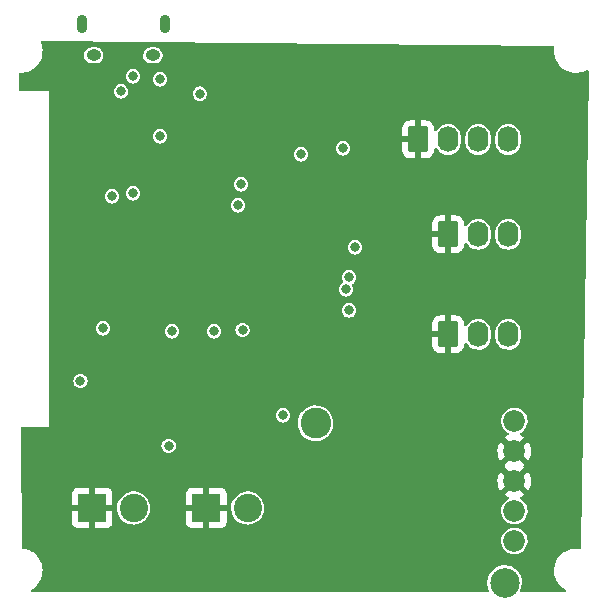
<source format=gbr>
%TF.GenerationSoftware,KiCad,Pcbnew,(6.0.0-0)*%
%TF.CreationDate,2022-12-05T10:13:41-05:00*%
%TF.ProjectId,Dome_Logics_V1,446f6d65-5f4c-46f6-9769-63735f56312e,rev?*%
%TF.SameCoordinates,Original*%
%TF.FileFunction,Copper,L4,Bot*%
%TF.FilePolarity,Positive*%
%FSLAX46Y46*%
G04 Gerber Fmt 4.6, Leading zero omitted, Abs format (unit mm)*
G04 Created by KiCad (PCBNEW (6.0.0-0)) date 2022-12-05 10:13:41*
%MOMM*%
%LPD*%
G01*
G04 APERTURE LIST*
G04 Aperture macros list*
%AMRoundRect*
0 Rectangle with rounded corners*
0 $1 Rounding radius*
0 $2 $3 $4 $5 $6 $7 $8 $9 X,Y pos of 4 corners*
0 Add a 4 corners polygon primitive as box body*
4,1,4,$2,$3,$4,$5,$6,$7,$8,$9,$2,$3,0*
0 Add four circle primitives for the rounded corners*
1,1,$1+$1,$2,$3*
1,1,$1+$1,$4,$5*
1,1,$1+$1,$6,$7*
1,1,$1+$1,$8,$9*
0 Add four rect primitives between the rounded corners*
20,1,$1+$1,$2,$3,$4,$5,0*
20,1,$1+$1,$4,$5,$6,$7,0*
20,1,$1+$1,$6,$7,$8,$9,0*
20,1,$1+$1,$8,$9,$2,$3,0*%
G04 Aperture macros list end*
%TA.AperFunction,ComponentPad*%
%ADD10RoundRect,0.250000X-0.620000X-0.845000X0.620000X-0.845000X0.620000X0.845000X-0.620000X0.845000X0*%
%TD*%
%TA.AperFunction,ComponentPad*%
%ADD11O,1.740000X2.190000*%
%TD*%
%TA.AperFunction,ComponentPad*%
%ADD12R,2.400000X2.400000*%
%TD*%
%TA.AperFunction,ComponentPad*%
%ADD13C,2.400000*%
%TD*%
%TA.AperFunction,ComponentPad*%
%ADD14C,1.836000*%
%TD*%
%TA.AperFunction,ComponentPad*%
%ADD15C,2.500000*%
%TD*%
%TA.AperFunction,ComponentPad*%
%ADD16C,2.600000*%
%TD*%
%TA.AperFunction,ComponentPad*%
%ADD17O,1.250000X0.950000*%
%TD*%
%TA.AperFunction,ComponentPad*%
%ADD18O,0.890000X1.550000*%
%TD*%
%TA.AperFunction,ViaPad*%
%ADD19C,0.800000*%
%TD*%
G04 APERTURE END LIST*
D10*
%TO.P,J2,1,Pin_1*%
%TO.N,GND*%
X121636000Y-92266000D03*
D11*
%TO.P,J2,2,Pin_2*%
%TO.N,+5V*%
X124176000Y-92266000D03*
%TO.P,J2,3,Pin_3*%
%TO.N,REAR_LOGICS*%
X126716000Y-92266000D03*
%TO.P,J2,4,Pin_4*%
%TO.N,REAR_LOGICS_CLOCK*%
X129256000Y-92266000D03*
%TD*%
D12*
%TO.P,J7,1,Pin_1*%
%TO.N,GND*%
X94054000Y-123470000D03*
D13*
%TO.P,J7,2,Pin_2*%
%TO.N,+5V*%
X97554000Y-123470000D03*
%TD*%
D10*
%TO.P,J12,1,Pin_1*%
%TO.N,GND*%
X124176000Y-108774000D03*
D11*
%TO.P,J12,2,Pin_2*%
%TO.N,RX_FU*%
X126716000Y-108774000D03*
%TO.P,J12,3,Pin_3*%
%TO.N,TX_FU*%
X129256000Y-108774000D03*
%TD*%
D14*
%TO.P,U6,0,En*%
%TO.N,unconnected-(U6-Pad0)*%
X129792000Y-126264000D03*
%TO.P,U6,1,VIN*%
%TO.N,+12V*%
X129792000Y-123724000D03*
%TO.P,U6,2,GND*%
%TO.N,GND*%
X129792000Y-121184000D03*
%TO.P,U6,4,GND*%
X129792000Y-118644000D03*
%TO.P,U6,5,VOut*%
%TO.N,+5V*%
X129792000Y-116104000D03*
D15*
%TO.P,U6,P1*%
%TO.N,N/C*%
X128962000Y-129794000D03*
D16*
%TO.P,U6,P2*%
X112962000Y-116294000D03*
%TD*%
D12*
%TO.P,J5,1,Pin_1*%
%TO.N,GND*%
X103714000Y-123470000D03*
D13*
%TO.P,J5,2,Pin_2*%
%TO.N,+12V*%
X107214000Y-123470000D03*
%TD*%
D10*
%TO.P,J3,1,Pin_1*%
%TO.N,GND*%
X124176000Y-100306000D03*
D11*
%TO.P,J3,2,Pin_2*%
%TO.N,+5V*%
X126716000Y-100306000D03*
%TO.P,J3,3,Pin_3*%
%TO.N,FRONT_LOGICS*%
X129256000Y-100306000D03*
%TD*%
D17*
%TO.P,J1,6,Shield*%
%TO.N,unconnected-(J1-Pad6)*%
X94180000Y-85158000D03*
D18*
X100180000Y-82458000D03*
X93180000Y-82458000D03*
D17*
X99180000Y-85158000D03*
%TD*%
D19*
%TO.N,REAR_LOGICS_CLOCK*%
X106650000Y-96076000D03*
%TO.N,FRONT_LOGICS*%
X106396000Y-97854000D03*
%TO.N,RX_FU*%
X106777000Y-108395000D03*
%TO.N,TX_FU*%
X104364000Y-108522000D03*
%TO.N,REAR_LOGICS*%
X100808000Y-108522000D03*
%TO.N,GND*%
X104364000Y-103950000D03*
X95361500Y-104599500D03*
X105380000Y-91504000D03*
X115286000Y-98362000D03*
X93954500Y-98103500D03*
%TO.N,+3.3V*%
X93053000Y-112721000D03*
X111730000Y-93536000D03*
X99792000Y-92012000D03*
X110206000Y-115634000D03*
%TO.N,VBUS*%
X99792000Y-87186000D03*
X100522000Y-118206000D03*
%TO.N,D-*%
X115794000Y-106744000D03*
X97506000Y-86932000D03*
%TO.N,D+*%
X96490000Y-88202000D03*
X115540000Y-104966000D03*
%TO.N,TXD0*%
X95728000Y-97092000D03*
X115794000Y-103950000D03*
%TO.N,RXD0*%
X97506000Y-96838000D03*
X116302000Y-101410000D03*
%TO.N,RESET*%
X94966000Y-108268000D03*
X115286000Y-93028000D03*
X103161000Y-88389000D03*
%TD*%
%TA.AperFunction,Conductor*%
%TO.N,GND*%
G36*
X133041182Y-84359655D02*
G01*
X133109089Y-84380373D01*
X133155014Y-84434515D01*
X133163477Y-84510015D01*
X133159263Y-84531396D01*
X133158380Y-84535878D01*
X133158153Y-84540431D01*
X133158153Y-84540434D01*
X133146409Y-84776362D01*
X133145028Y-84804095D01*
X133170534Y-85071431D01*
X133171619Y-85075865D01*
X133171620Y-85075871D01*
X133210726Y-85235683D01*
X133234364Y-85332285D01*
X133335182Y-85581192D01*
X133470875Y-85812938D01*
X133487319Y-85833500D01*
X133585225Y-85955925D01*
X133638601Y-86022669D01*
X133834846Y-86205991D01*
X133927039Y-86269948D01*
X134051746Y-86356461D01*
X134051751Y-86356464D01*
X134055499Y-86359064D01*
X134059584Y-86361096D01*
X134059587Y-86361098D01*
X134104312Y-86383348D01*
X134295938Y-86478680D01*
X134300272Y-86480101D01*
X134300275Y-86480102D01*
X134546793Y-86560915D01*
X134546798Y-86560916D01*
X134551126Y-86562335D01*
X134555617Y-86563115D01*
X134555618Y-86563115D01*
X134811936Y-86607620D01*
X134811944Y-86607621D01*
X134815717Y-86608276D01*
X134819554Y-86608467D01*
X134898996Y-86612422D01*
X134899004Y-86612422D01*
X134900567Y-86612500D01*
X135068223Y-86612500D01*
X135070491Y-86612335D01*
X135070503Y-86612335D01*
X135200823Y-86602879D01*
X135267846Y-86598016D01*
X135272301Y-86597032D01*
X135272304Y-86597032D01*
X135525620Y-86541105D01*
X135525624Y-86541104D01*
X135530080Y-86540120D01*
X135771609Y-86448613D01*
X135776941Y-86446593D01*
X135776944Y-86446592D01*
X135781211Y-86444975D01*
X135892160Y-86383348D01*
X135961423Y-86367756D01*
X136028121Y-86392086D01*
X136071077Y-86448613D01*
X136079325Y-86495574D01*
X135414834Y-126808072D01*
X135393712Y-126875853D01*
X135339297Y-126921456D01*
X135267295Y-126930137D01*
X135188077Y-126916382D01*
X135188065Y-126916381D01*
X135184283Y-126915724D01*
X135175622Y-126915293D01*
X135101004Y-126911578D01*
X135100996Y-126911578D01*
X135099433Y-126911500D01*
X134931777Y-126911500D01*
X134929509Y-126911665D01*
X134929497Y-126911665D01*
X134799177Y-126921121D01*
X134732154Y-126925984D01*
X134727699Y-126926968D01*
X134727696Y-126926968D01*
X134474380Y-126982895D01*
X134474376Y-126982896D01*
X134469920Y-126983880D01*
X134456921Y-126988805D01*
X134223059Y-127077407D01*
X134223056Y-127077408D01*
X134218789Y-127079025D01*
X133984024Y-127209426D01*
X133980392Y-127212198D01*
X133774167Y-127369583D01*
X133774163Y-127369587D01*
X133770542Y-127372350D01*
X133582815Y-127564386D01*
X133424775Y-127781509D01*
X133422651Y-127785547D01*
X133301860Y-128015132D01*
X133301857Y-128015138D01*
X133299735Y-128019172D01*
X133298215Y-128023477D01*
X133298213Y-128023481D01*
X133238804Y-128191715D01*
X133210312Y-128272397D01*
X133196190Y-128344047D01*
X133162705Y-128513937D01*
X133158380Y-128535878D01*
X133158153Y-128540431D01*
X133158153Y-128540434D01*
X133148992Y-128724474D01*
X133145028Y-128804095D01*
X133170534Y-129071431D01*
X133234364Y-129332285D01*
X133236076Y-129336511D01*
X133236077Y-129336515D01*
X133280882Y-129447132D01*
X133335182Y-129581192D01*
X133470875Y-129812938D01*
X133542133Y-129902042D01*
X133585225Y-129955925D01*
X133638601Y-130022669D01*
X133834846Y-130205991D01*
X133927039Y-130269948D01*
X134051746Y-130356461D01*
X134051751Y-130356464D01*
X134055499Y-130359064D01*
X134099974Y-130381190D01*
X134152053Y-130429440D01*
X134169780Y-130498188D01*
X134147525Y-130565606D01*
X134092354Y-130610290D01*
X134043850Y-130620000D01*
X130399272Y-130620000D01*
X130331151Y-130599998D01*
X130284658Y-130546342D01*
X130274554Y-130476068D01*
X130288964Y-130433106D01*
X130305367Y-130403392D01*
X130307870Y-130398858D01*
X130351598Y-130275374D01*
X130386861Y-130175795D01*
X130386862Y-130175791D01*
X130388587Y-130170920D01*
X130394816Y-130135953D01*
X130430086Y-129937950D01*
X130430087Y-129937944D01*
X130430992Y-129932861D01*
X130433946Y-129691072D01*
X130397370Y-129452047D01*
X130322246Y-129222205D01*
X130210592Y-129007720D01*
X130195878Y-128988122D01*
X130068511Y-128818485D01*
X130068509Y-128818482D01*
X130065406Y-128814350D01*
X129890587Y-128647290D01*
X129690831Y-128511025D01*
X129686148Y-128508851D01*
X129686144Y-128508849D01*
X129476196Y-128411395D01*
X129476193Y-128411394D01*
X129471501Y-128409216D01*
X129313808Y-128365484D01*
X129243473Y-128345978D01*
X129243471Y-128345978D01*
X129238489Y-128344596D01*
X129191124Y-128339534D01*
X129044427Y-128323856D01*
X129044421Y-128323856D01*
X129041093Y-128323500D01*
X128900696Y-128323500D01*
X128898123Y-128323712D01*
X128898112Y-128323712D01*
X128796580Y-128332060D01*
X128721006Y-128338273D01*
X128486484Y-128397181D01*
X128264732Y-128493602D01*
X128260384Y-128496415D01*
X128066046Y-128622137D01*
X128066043Y-128622139D01*
X128061706Y-128624945D01*
X127882858Y-128787684D01*
X127732991Y-128977449D01*
X127616130Y-129189142D01*
X127592484Y-129255916D01*
X127563943Y-129336515D01*
X127535413Y-129417080D01*
X127534506Y-129422173D01*
X127534505Y-129422176D01*
X127519783Y-129504828D01*
X127493008Y-129655139D01*
X127492569Y-129691072D01*
X127491037Y-129816505D01*
X127490054Y-129896928D01*
X127526630Y-130135953D01*
X127601754Y-130365795D01*
X127638207Y-130435821D01*
X127651920Y-130505479D01*
X127625795Y-130571494D01*
X127568127Y-130612906D01*
X127526444Y-130620000D01*
X88952436Y-130620000D01*
X88884315Y-130599998D01*
X88837822Y-130546342D01*
X88827718Y-130476068D01*
X88857212Y-130411488D01*
X88891254Y-130383851D01*
X88940566Y-130356461D01*
X89015976Y-130314574D01*
X89158254Y-130205991D01*
X89225833Y-130154417D01*
X89225837Y-130154413D01*
X89229458Y-130151650D01*
X89417185Y-129959614D01*
X89575225Y-129742491D01*
X89662313Y-129576963D01*
X89698140Y-129508868D01*
X89698143Y-129508862D01*
X89700265Y-129504828D01*
X89717099Y-129457160D01*
X89788165Y-129255916D01*
X89788165Y-129255915D01*
X89789688Y-129251603D01*
X89836853Y-129012309D01*
X89840739Y-128992594D01*
X89840740Y-128992588D01*
X89841620Y-128988122D01*
X89841926Y-128981978D01*
X89854745Y-128724474D01*
X89854745Y-128724468D01*
X89854972Y-128719905D01*
X89829466Y-128452569D01*
X89815605Y-128395921D01*
X89766721Y-128196149D01*
X89765636Y-128191715D01*
X89664818Y-127942808D01*
X89529125Y-127711062D01*
X89418211Y-127572371D01*
X89364251Y-127504897D01*
X89364250Y-127504895D01*
X89361399Y-127501331D01*
X89165154Y-127318009D01*
X89005436Y-127207208D01*
X88948254Y-127167539D01*
X88948249Y-127167536D01*
X88944501Y-127164936D01*
X88940416Y-127162904D01*
X88940413Y-127162902D01*
X88737536Y-127061973D01*
X88704062Y-127045320D01*
X88699728Y-127043899D01*
X88699725Y-127043898D01*
X88453207Y-126963085D01*
X88453202Y-126963084D01*
X88448874Y-126961665D01*
X88191646Y-126917002D01*
X88127952Y-126885642D01*
X88091324Y-126824824D01*
X88087204Y-126793545D01*
X88086837Y-126725919D01*
X88084166Y-126234596D01*
X128669093Y-126234596D01*
X128682538Y-126439722D01*
X128733138Y-126638963D01*
X128819201Y-126825646D01*
X128937842Y-126993520D01*
X129085089Y-127136962D01*
X129089885Y-127140167D01*
X129089888Y-127140169D01*
X129158544Y-127186043D01*
X129256011Y-127251168D01*
X129261314Y-127253446D01*
X129261317Y-127253448D01*
X129411588Y-127318009D01*
X129444884Y-127332314D01*
X129542481Y-127354398D01*
X129639745Y-127376407D01*
X129639748Y-127376407D01*
X129645381Y-127377682D01*
X129651152Y-127377909D01*
X129651154Y-127377909D01*
X129711807Y-127380292D01*
X129850789Y-127385753D01*
X129856498Y-127384925D01*
X129856502Y-127384925D01*
X130048512Y-127357084D01*
X130048516Y-127357083D01*
X130054227Y-127356255D01*
X130248884Y-127290178D01*
X130428240Y-127189734D01*
X130586287Y-127058287D01*
X130717734Y-126900240D01*
X130818178Y-126720884D01*
X130884255Y-126526227D01*
X130897635Y-126433954D01*
X130913221Y-126326459D01*
X130913221Y-126326457D01*
X130913753Y-126322789D01*
X130915292Y-126264000D01*
X130896482Y-126059296D01*
X130889964Y-126036183D01*
X130842251Y-125867007D01*
X130842250Y-125867005D01*
X130840683Y-125861448D01*
X130829937Y-125839656D01*
X130752319Y-125682263D01*
X130749764Y-125677082D01*
X130626769Y-125512371D01*
X130608311Y-125495308D01*
X130480052Y-125376748D01*
X130475817Y-125372833D01*
X130453970Y-125359048D01*
X130306850Y-125266222D01*
X130301964Y-125263139D01*
X130296604Y-125261001D01*
X130296599Y-125260998D01*
X130116396Y-125189105D01*
X130111032Y-125186965D01*
X129974884Y-125159884D01*
X129915083Y-125147989D01*
X129915081Y-125147989D01*
X129909416Y-125146862D01*
X129903641Y-125146786D01*
X129903637Y-125146786D01*
X129800740Y-125145439D01*
X129703868Y-125144171D01*
X129698171Y-125145150D01*
X129698170Y-125145150D01*
X129506968Y-125178004D01*
X129506967Y-125178004D01*
X129501271Y-125178983D01*
X129308410Y-125250133D01*
X129131746Y-125355238D01*
X128977193Y-125490777D01*
X128849928Y-125652211D01*
X128847240Y-125657320D01*
X128756903Y-125829023D01*
X128756901Y-125829028D01*
X128754214Y-125834135D01*
X128693255Y-126030454D01*
X128669093Y-126234596D01*
X88084166Y-126234596D01*
X88081962Y-125829023D01*
X88075906Y-124714669D01*
X92346001Y-124714669D01*
X92346371Y-124721490D01*
X92351895Y-124772352D01*
X92355521Y-124787604D01*
X92400676Y-124908054D01*
X92409214Y-124923649D01*
X92485715Y-125025724D01*
X92498276Y-125038285D01*
X92600351Y-125114786D01*
X92615946Y-125123324D01*
X92736394Y-125168478D01*
X92751649Y-125172105D01*
X92802514Y-125177631D01*
X92809328Y-125178000D01*
X93781885Y-125178000D01*
X93797124Y-125173525D01*
X93798329Y-125172135D01*
X93800000Y-125164452D01*
X93800000Y-125159884D01*
X94308000Y-125159884D01*
X94312475Y-125175123D01*
X94313865Y-125176328D01*
X94321548Y-125177999D01*
X95298669Y-125177999D01*
X95305490Y-125177629D01*
X95356352Y-125172105D01*
X95371604Y-125168479D01*
X95492054Y-125123324D01*
X95507649Y-125114786D01*
X95609724Y-125038285D01*
X95622285Y-125025724D01*
X95698786Y-124923649D01*
X95707324Y-124908054D01*
X95752478Y-124787606D01*
X95756105Y-124772351D01*
X95761631Y-124721486D01*
X95762000Y-124714672D01*
X95762000Y-123742115D01*
X95757525Y-123726876D01*
X95756135Y-123725671D01*
X95748452Y-123724000D01*
X94326115Y-123724000D01*
X94310876Y-123728475D01*
X94309671Y-123729865D01*
X94308000Y-123737548D01*
X94308000Y-125159884D01*
X93800000Y-125159884D01*
X93800000Y-123742115D01*
X93795525Y-123726876D01*
X93794135Y-123725671D01*
X93786452Y-123724000D01*
X92364116Y-123724000D01*
X92348877Y-123728475D01*
X92347672Y-123729865D01*
X92346001Y-123737548D01*
X92346001Y-124714669D01*
X88075906Y-124714669D01*
X88068955Y-123435665D01*
X96149119Y-123435665D01*
X96149416Y-123440817D01*
X96149416Y-123440821D01*
X96153941Y-123519296D01*
X96162376Y-123665580D01*
X96163513Y-123670626D01*
X96163514Y-123670632D01*
X96185226Y-123766975D01*
X96213006Y-123890242D01*
X96214948Y-123895024D01*
X96214949Y-123895028D01*
X96254312Y-123991966D01*
X96299649Y-124103618D01*
X96419979Y-124299978D01*
X96570763Y-124474048D01*
X96747953Y-124621154D01*
X96946790Y-124737345D01*
X97161934Y-124819501D01*
X97167000Y-124820532D01*
X97167001Y-124820532D01*
X97267697Y-124841018D01*
X97387607Y-124865414D01*
X97517352Y-124870172D01*
X97612585Y-124873664D01*
X97612589Y-124873664D01*
X97617749Y-124873853D01*
X97622869Y-124873197D01*
X97622871Y-124873197D01*
X97692272Y-124864307D01*
X97846178Y-124844591D01*
X97851126Y-124843106D01*
X97851133Y-124843105D01*
X98061811Y-124779898D01*
X98061810Y-124779898D01*
X98066761Y-124778413D01*
X98196878Y-124714669D01*
X102006001Y-124714669D01*
X102006371Y-124721490D01*
X102011895Y-124772352D01*
X102015521Y-124787604D01*
X102060676Y-124908054D01*
X102069214Y-124923649D01*
X102145715Y-125025724D01*
X102158276Y-125038285D01*
X102260351Y-125114786D01*
X102275946Y-125123324D01*
X102396394Y-125168478D01*
X102411649Y-125172105D01*
X102462514Y-125177631D01*
X102469328Y-125178000D01*
X103441885Y-125178000D01*
X103457124Y-125173525D01*
X103458329Y-125172135D01*
X103460000Y-125164452D01*
X103460000Y-125159884D01*
X103968000Y-125159884D01*
X103972475Y-125175123D01*
X103973865Y-125176328D01*
X103981548Y-125177999D01*
X104958669Y-125177999D01*
X104965490Y-125177629D01*
X105016352Y-125172105D01*
X105031604Y-125168479D01*
X105152054Y-125123324D01*
X105167649Y-125114786D01*
X105269724Y-125038285D01*
X105282285Y-125025724D01*
X105358786Y-124923649D01*
X105367324Y-124908054D01*
X105412478Y-124787606D01*
X105416105Y-124772351D01*
X105421631Y-124721486D01*
X105422000Y-124714672D01*
X105422000Y-123742115D01*
X105417525Y-123726876D01*
X105416135Y-123725671D01*
X105408452Y-123724000D01*
X103986115Y-123724000D01*
X103970876Y-123728475D01*
X103969671Y-123729865D01*
X103968000Y-123737548D01*
X103968000Y-125159884D01*
X103460000Y-125159884D01*
X103460000Y-123742115D01*
X103455525Y-123726876D01*
X103454135Y-123725671D01*
X103446452Y-123724000D01*
X102024116Y-123724000D01*
X102008877Y-123728475D01*
X102007672Y-123729865D01*
X102006001Y-123737548D01*
X102006001Y-124714669D01*
X98196878Y-124714669D01*
X98273574Y-124677096D01*
X98461062Y-124543363D01*
X98624190Y-124380803D01*
X98642586Y-124355203D01*
X98755559Y-124197983D01*
X98758577Y-124193783D01*
X98860615Y-123987325D01*
X98891643Y-123885200D01*
X98926059Y-123771927D01*
X98926060Y-123771921D01*
X98927563Y-123766975D01*
X98957622Y-123538649D01*
X98959300Y-123470000D01*
X98956477Y-123435665D01*
X105809119Y-123435665D01*
X105809416Y-123440817D01*
X105809416Y-123440821D01*
X105813941Y-123519296D01*
X105822376Y-123665580D01*
X105823513Y-123670626D01*
X105823514Y-123670632D01*
X105845226Y-123766975D01*
X105873006Y-123890242D01*
X105874948Y-123895024D01*
X105874949Y-123895028D01*
X105914312Y-123991966D01*
X105959649Y-124103618D01*
X106079979Y-124299978D01*
X106230763Y-124474048D01*
X106407953Y-124621154D01*
X106606790Y-124737345D01*
X106821934Y-124819501D01*
X106827000Y-124820532D01*
X106827001Y-124820532D01*
X106927697Y-124841018D01*
X107047607Y-124865414D01*
X107177352Y-124870172D01*
X107272585Y-124873664D01*
X107272589Y-124873664D01*
X107277749Y-124873853D01*
X107282869Y-124873197D01*
X107282871Y-124873197D01*
X107352272Y-124864307D01*
X107506178Y-124844591D01*
X107511126Y-124843106D01*
X107511133Y-124843105D01*
X107721811Y-124779898D01*
X107721810Y-124779898D01*
X107726761Y-124778413D01*
X107933574Y-124677096D01*
X108121062Y-124543363D01*
X108284190Y-124380803D01*
X108302586Y-124355203D01*
X108415559Y-124197983D01*
X108418577Y-124193783D01*
X108520615Y-123987325D01*
X108551643Y-123885200D01*
X108586059Y-123771927D01*
X108586060Y-123771921D01*
X108587563Y-123766975D01*
X108597092Y-123694596D01*
X128669093Y-123694596D01*
X128682538Y-123899722D01*
X128733138Y-124098963D01*
X128819201Y-124285646D01*
X128937842Y-124453520D01*
X129085089Y-124596962D01*
X129089885Y-124600167D01*
X129089888Y-124600169D01*
X129121295Y-124621154D01*
X129256011Y-124711168D01*
X129261314Y-124713446D01*
X129261317Y-124713448D01*
X129398421Y-124772352D01*
X129444884Y-124792314D01*
X129542481Y-124814398D01*
X129639745Y-124836407D01*
X129639748Y-124836407D01*
X129645381Y-124837682D01*
X129651152Y-124837909D01*
X129651154Y-124837909D01*
X129711807Y-124840292D01*
X129850789Y-124845753D01*
X129856498Y-124844925D01*
X129856502Y-124844925D01*
X130048512Y-124817084D01*
X130048516Y-124817083D01*
X130054227Y-124816255D01*
X130248884Y-124750178D01*
X130428240Y-124649734D01*
X130586287Y-124518287D01*
X130700632Y-124380803D01*
X130714043Y-124364678D01*
X130717734Y-124360240D01*
X130749297Y-124303881D01*
X130815358Y-124185919D01*
X130818178Y-124180884D01*
X130884255Y-123986227D01*
X130897635Y-123893954D01*
X130913221Y-123786459D01*
X130913221Y-123786457D01*
X130913753Y-123782789D01*
X130915292Y-123724000D01*
X130898566Y-123541971D01*
X130897011Y-123525050D01*
X130897010Y-123525047D01*
X130896482Y-123519296D01*
X130889964Y-123496183D01*
X130842251Y-123327007D01*
X130842250Y-123327005D01*
X130840683Y-123321448D01*
X130829937Y-123299656D01*
X130752319Y-123142263D01*
X130749764Y-123137082D01*
X130626769Y-122972371D01*
X130608311Y-122955308D01*
X130480052Y-122836748D01*
X130475817Y-122832833D01*
X130470936Y-122829753D01*
X130313536Y-122730440D01*
X130266598Y-122677174D01*
X130255910Y-122606986D01*
X130284864Y-122542162D01*
X130325340Y-122510727D01*
X130520033Y-122415348D01*
X130528890Y-122410069D01*
X130590001Y-122366478D01*
X130598402Y-122355778D01*
X130591415Y-122342626D01*
X129804811Y-121556021D01*
X129790868Y-121548408D01*
X129789034Y-121548539D01*
X129782420Y-121552790D01*
X128989021Y-122346190D01*
X128982264Y-122358565D01*
X128987545Y-122365620D01*
X129169273Y-122471813D01*
X129178560Y-122476263D01*
X129253849Y-122505013D01*
X129310352Y-122548001D01*
X129334645Y-122614712D01*
X129319015Y-122683966D01*
X129273324Y-122731007D01*
X129131746Y-122815238D01*
X128977193Y-122950777D01*
X128849928Y-123112211D01*
X128847240Y-123117320D01*
X128756903Y-123289023D01*
X128756901Y-123289028D01*
X128754214Y-123294135D01*
X128745733Y-123321448D01*
X128698562Y-123473364D01*
X128693255Y-123490454D01*
X128669093Y-123694596D01*
X108597092Y-123694596D01*
X108617622Y-123538649D01*
X108619300Y-123470000D01*
X108600430Y-123240478D01*
X108544326Y-123017120D01*
X108465899Y-122836748D01*
X108454556Y-122810661D01*
X108454554Y-122810658D01*
X108452496Y-122805924D01*
X108327405Y-122612563D01*
X108322331Y-122606986D01*
X108175890Y-122446051D01*
X108175889Y-122446050D01*
X108172412Y-122442229D01*
X108168361Y-122439030D01*
X108168357Y-122439026D01*
X107995735Y-122302697D01*
X107995730Y-122302693D01*
X107991681Y-122299496D01*
X107987165Y-122297003D01*
X107987162Y-122297001D01*
X107794589Y-122190695D01*
X107794585Y-122190693D01*
X107790065Y-122188198D01*
X107785196Y-122186474D01*
X107785192Y-122186472D01*
X107577853Y-122113049D01*
X107577849Y-122113048D01*
X107572978Y-122111323D01*
X107567885Y-122110416D01*
X107567882Y-122110415D01*
X107471707Y-122093284D01*
X107346250Y-122070937D01*
X107259802Y-122069881D01*
X107121141Y-122068186D01*
X107121139Y-122068186D01*
X107115971Y-122068123D01*
X106888325Y-122102958D01*
X106669424Y-122174506D01*
X106465149Y-122280845D01*
X106280984Y-122419119D01*
X106121877Y-122585616D01*
X106118963Y-122589888D01*
X106118962Y-122589889D01*
X106107384Y-122606862D01*
X105992099Y-122775863D01*
X105989923Y-122780552D01*
X105989919Y-122780558D01*
X105897315Y-122980057D01*
X105895136Y-122984752D01*
X105833592Y-123206673D01*
X105833043Y-123211810D01*
X105820732Y-123327007D01*
X105809119Y-123435665D01*
X98956477Y-123435665D01*
X98940430Y-123240478D01*
X98929731Y-123197885D01*
X102006000Y-123197885D01*
X102010475Y-123213124D01*
X102011865Y-123214329D01*
X102019548Y-123216000D01*
X103441885Y-123216000D01*
X103457124Y-123211525D01*
X103458329Y-123210135D01*
X103460000Y-123202452D01*
X103460000Y-123197885D01*
X103968000Y-123197885D01*
X103972475Y-123213124D01*
X103973865Y-123214329D01*
X103981548Y-123216000D01*
X105403884Y-123216000D01*
X105419123Y-123211525D01*
X105420328Y-123210135D01*
X105421999Y-123202452D01*
X105421999Y-122225331D01*
X105421629Y-122218510D01*
X105416105Y-122167648D01*
X105412479Y-122152396D01*
X105367324Y-122031946D01*
X105358786Y-122016351D01*
X105282285Y-121914276D01*
X105269724Y-121901715D01*
X105167649Y-121825214D01*
X105152054Y-121816676D01*
X105031606Y-121771522D01*
X105016351Y-121767895D01*
X104965486Y-121762369D01*
X104958672Y-121762000D01*
X103986115Y-121762000D01*
X103970876Y-121766475D01*
X103969671Y-121767865D01*
X103968000Y-121775548D01*
X103968000Y-123197885D01*
X103460000Y-123197885D01*
X103460000Y-121780116D01*
X103455525Y-121764877D01*
X103454135Y-121763672D01*
X103446452Y-121762001D01*
X102469331Y-121762001D01*
X102462510Y-121762371D01*
X102411648Y-121767895D01*
X102396396Y-121771521D01*
X102275946Y-121816676D01*
X102260351Y-121825214D01*
X102158276Y-121901715D01*
X102145715Y-121914276D01*
X102069214Y-122016351D01*
X102060676Y-122031946D01*
X102015522Y-122152394D01*
X102011895Y-122167649D01*
X102006369Y-122218514D01*
X102006000Y-122225328D01*
X102006000Y-123197885D01*
X98929731Y-123197885D01*
X98884326Y-123017120D01*
X98805899Y-122836748D01*
X98794556Y-122810661D01*
X98794554Y-122810658D01*
X98792496Y-122805924D01*
X98667405Y-122612563D01*
X98662331Y-122606986D01*
X98515890Y-122446051D01*
X98515889Y-122446050D01*
X98512412Y-122442229D01*
X98508361Y-122439030D01*
X98508357Y-122439026D01*
X98335735Y-122302697D01*
X98335730Y-122302693D01*
X98331681Y-122299496D01*
X98327165Y-122297003D01*
X98327162Y-122297001D01*
X98134589Y-122190695D01*
X98134585Y-122190693D01*
X98130065Y-122188198D01*
X98125196Y-122186474D01*
X98125192Y-122186472D01*
X97917853Y-122113049D01*
X97917849Y-122113048D01*
X97912978Y-122111323D01*
X97907885Y-122110416D01*
X97907882Y-122110415D01*
X97811707Y-122093284D01*
X97686250Y-122070937D01*
X97599802Y-122069881D01*
X97461141Y-122068186D01*
X97461139Y-122068186D01*
X97455971Y-122068123D01*
X97228325Y-122102958D01*
X97009424Y-122174506D01*
X96805149Y-122280845D01*
X96620984Y-122419119D01*
X96461877Y-122585616D01*
X96458963Y-122589888D01*
X96458962Y-122589889D01*
X96447384Y-122606862D01*
X96332099Y-122775863D01*
X96329923Y-122780552D01*
X96329919Y-122780558D01*
X96237315Y-122980057D01*
X96235136Y-122984752D01*
X96173592Y-123206673D01*
X96173043Y-123211810D01*
X96160732Y-123327007D01*
X96149119Y-123435665D01*
X88068955Y-123435665D01*
X88067663Y-123197885D01*
X92346000Y-123197885D01*
X92350475Y-123213124D01*
X92351865Y-123214329D01*
X92359548Y-123216000D01*
X93781885Y-123216000D01*
X93797124Y-123211525D01*
X93798329Y-123210135D01*
X93800000Y-123202452D01*
X93800000Y-123197885D01*
X94308000Y-123197885D01*
X94312475Y-123213124D01*
X94313865Y-123214329D01*
X94321548Y-123216000D01*
X95743884Y-123216000D01*
X95759123Y-123211525D01*
X95760328Y-123210135D01*
X95761999Y-123202452D01*
X95761999Y-122225331D01*
X95761629Y-122218510D01*
X95756105Y-122167648D01*
X95752479Y-122152396D01*
X95707324Y-122031946D01*
X95698786Y-122016351D01*
X95622285Y-121914276D01*
X95609724Y-121901715D01*
X95507649Y-121825214D01*
X95492054Y-121816676D01*
X95371606Y-121771522D01*
X95356351Y-121767895D01*
X95305486Y-121762369D01*
X95298672Y-121762000D01*
X94326115Y-121762000D01*
X94310876Y-121766475D01*
X94309671Y-121767865D01*
X94308000Y-121775548D01*
X94308000Y-123197885D01*
X93800000Y-123197885D01*
X93800000Y-121780116D01*
X93795525Y-121764877D01*
X93794135Y-121763672D01*
X93786452Y-121762001D01*
X92809331Y-121762001D01*
X92802510Y-121762371D01*
X92751648Y-121767895D01*
X92736396Y-121771521D01*
X92615946Y-121816676D01*
X92600351Y-121825214D01*
X92498276Y-121901715D01*
X92485715Y-121914276D01*
X92409214Y-122016351D01*
X92400676Y-122031946D01*
X92355522Y-122152394D01*
X92351895Y-122167649D01*
X92346369Y-122218514D01*
X92346000Y-122225328D01*
X92346000Y-123197885D01*
X88067663Y-123197885D01*
X88056556Y-121154196D01*
X128361837Y-121154196D01*
X128374740Y-121377972D01*
X128376176Y-121388193D01*
X128425454Y-121606852D01*
X128428533Y-121616680D01*
X128512867Y-121824368D01*
X128517510Y-121833559D01*
X128609008Y-121982871D01*
X128619464Y-121992331D01*
X128628242Y-121988547D01*
X129419979Y-121196811D01*
X129426356Y-121185132D01*
X130156408Y-121185132D01*
X130156539Y-121186966D01*
X130160790Y-121193580D01*
X130951205Y-121983994D01*
X130963211Y-121990550D01*
X130974950Y-121981582D01*
X131015492Y-121925161D01*
X131020803Y-121916322D01*
X131120111Y-121715386D01*
X131123910Y-121705791D01*
X131189068Y-121491334D01*
X131191247Y-121481253D01*
X131220742Y-121257220D01*
X131221261Y-121250547D01*
X131222805Y-121187365D01*
X131222611Y-121180646D01*
X131204097Y-120955450D01*
X131202414Y-120945288D01*
X131147807Y-120727885D01*
X131144489Y-120718137D01*
X131055106Y-120512570D01*
X131050240Y-120503495D01*
X130974242Y-120386022D01*
X130963555Y-120376818D01*
X130953990Y-120381221D01*
X130164021Y-121171189D01*
X130156408Y-121185132D01*
X129426356Y-121185132D01*
X129427592Y-121182868D01*
X129427461Y-121181034D01*
X129423210Y-121174420D01*
X128632908Y-120384119D01*
X128621377Y-120377822D01*
X128609094Y-120387445D01*
X128550761Y-120472959D01*
X128545676Y-120481910D01*
X128451302Y-120685222D01*
X128447739Y-120694909D01*
X128387840Y-120910896D01*
X128385909Y-120921016D01*
X128362089Y-121143908D01*
X128361837Y-121154196D01*
X88056556Y-121154196D01*
X88049297Y-119818565D01*
X128982264Y-119818565D01*
X128999258Y-119841266D01*
X129024070Y-119907786D01*
X129008979Y-119977160D01*
X128999366Y-119992143D01*
X128984652Y-120011856D01*
X128991396Y-120024185D01*
X129779189Y-120811979D01*
X129793132Y-120819592D01*
X129794966Y-120819461D01*
X129801580Y-120815210D01*
X130593809Y-120022980D01*
X130600826Y-120010129D01*
X130582874Y-119985489D01*
X130586793Y-119982634D01*
X130564860Y-119951675D01*
X130561653Y-119880751D01*
X130584925Y-119832942D01*
X130598401Y-119815778D01*
X130591415Y-119802626D01*
X129804811Y-119016021D01*
X129790868Y-119008408D01*
X129789034Y-119008539D01*
X129782420Y-119012790D01*
X128989021Y-119806190D01*
X128982264Y-119818565D01*
X88049297Y-119818565D01*
X88040533Y-118206000D01*
X99916318Y-118206000D01*
X99936956Y-118362762D01*
X99997464Y-118508841D01*
X100002491Y-118515392D01*
X100078306Y-118614196D01*
X100093718Y-118634282D01*
X100100264Y-118639305D01*
X100107858Y-118645132D01*
X100219159Y-118730536D01*
X100365238Y-118791044D01*
X100522000Y-118811682D01*
X100530188Y-118810604D01*
X100670574Y-118792122D01*
X100678762Y-118791044D01*
X100824841Y-118730536D01*
X100936142Y-118645132D01*
X100943736Y-118639305D01*
X100950282Y-118634282D01*
X100965695Y-118614196D01*
X128361837Y-118614196D01*
X128374740Y-118837972D01*
X128376176Y-118848193D01*
X128425454Y-119066852D01*
X128428533Y-119076680D01*
X128512867Y-119284368D01*
X128517510Y-119293559D01*
X128609008Y-119442871D01*
X128619464Y-119452331D01*
X128628242Y-119448547D01*
X129419979Y-118656811D01*
X129426356Y-118645132D01*
X130156408Y-118645132D01*
X130156539Y-118646966D01*
X130160790Y-118653580D01*
X130951205Y-119443994D01*
X130963211Y-119450550D01*
X130974950Y-119441582D01*
X131015492Y-119385161D01*
X131020803Y-119376322D01*
X131120111Y-119175386D01*
X131123910Y-119165791D01*
X131189068Y-118951334D01*
X131191247Y-118941253D01*
X131220742Y-118717220D01*
X131221261Y-118710547D01*
X131222805Y-118647365D01*
X131222611Y-118640646D01*
X131204097Y-118415450D01*
X131202414Y-118405288D01*
X131147807Y-118187885D01*
X131144489Y-118178137D01*
X131055106Y-117972570D01*
X131050240Y-117963495D01*
X130974242Y-117846022D01*
X130963555Y-117836818D01*
X130953990Y-117841221D01*
X130164021Y-118631189D01*
X130156408Y-118645132D01*
X129426356Y-118645132D01*
X129427592Y-118642868D01*
X129427461Y-118641034D01*
X129423210Y-118634420D01*
X128632908Y-117844119D01*
X128621377Y-117837822D01*
X128609094Y-117847445D01*
X128550761Y-117932959D01*
X128545676Y-117941910D01*
X128451302Y-118145222D01*
X128447739Y-118154909D01*
X128387840Y-118370896D01*
X128385909Y-118381016D01*
X128362089Y-118603908D01*
X128361837Y-118614196D01*
X100965695Y-118614196D01*
X101041509Y-118515392D01*
X101046536Y-118508841D01*
X101107044Y-118362762D01*
X101127682Y-118206000D01*
X101107044Y-118049238D01*
X101046536Y-117903159D01*
X100950282Y-117777718D01*
X100935977Y-117766741D01*
X100845509Y-117697323D01*
X100824841Y-117681464D01*
X100678762Y-117620956D01*
X100522000Y-117600318D01*
X100365238Y-117620956D01*
X100219159Y-117681464D01*
X100198491Y-117697323D01*
X100108024Y-117766741D01*
X100093718Y-117777718D01*
X99997464Y-117903159D01*
X99936956Y-118049238D01*
X99916318Y-118206000D01*
X88040533Y-118206000D01*
X88032483Y-116724731D01*
X88052114Y-116656502D01*
X88105517Y-116609719D01*
X88161410Y-116598080D01*
X90375888Y-116649579D01*
X90375889Y-116649579D01*
X90394000Y-116650000D01*
X90394000Y-116257214D01*
X111456806Y-116257214D01*
X111471010Y-116503545D01*
X111472147Y-116508591D01*
X111472148Y-116508597D01*
X111492314Y-116598080D01*
X111525255Y-116744249D01*
X111618084Y-116972861D01*
X111747006Y-117183241D01*
X111908557Y-117369741D01*
X112098399Y-117527351D01*
X112311433Y-117651838D01*
X112316253Y-117653678D01*
X112316258Y-117653681D01*
X112430547Y-117697323D01*
X112541939Y-117739859D01*
X112547007Y-117740890D01*
X112547010Y-117740891D01*
X112666587Y-117765219D01*
X112783726Y-117789052D01*
X112788899Y-117789242D01*
X112788902Y-117789242D01*
X113025136Y-117797904D01*
X113025140Y-117797904D01*
X113030300Y-117798093D01*
X113035420Y-117797437D01*
X113035422Y-117797437D01*
X113138252Y-117784264D01*
X113275041Y-117766741D01*
X113279990Y-117765256D01*
X113279996Y-117765255D01*
X113506424Y-117697323D01*
X113506423Y-117697323D01*
X113511374Y-117695838D01*
X113657777Y-117624116D01*
X113728303Y-117589566D01*
X113728308Y-117589563D01*
X113732954Y-117587287D01*
X113737164Y-117584284D01*
X113737169Y-117584281D01*
X113929617Y-117447009D01*
X113929622Y-117447005D01*
X113933829Y-117444004D01*
X114108605Y-117269837D01*
X114140283Y-117225753D01*
X114249570Y-117073663D01*
X114252588Y-117069463D01*
X114274048Y-117026043D01*
X114337188Y-116898287D01*
X114361911Y-116848264D01*
X114396262Y-116735203D01*
X114432135Y-116617132D01*
X114432136Y-116617126D01*
X114433639Y-116612180D01*
X114448622Y-116498376D01*
X114465408Y-116370872D01*
X114465409Y-116370866D01*
X114465845Y-116367550D01*
X114467643Y-116294000D01*
X114456855Y-116162789D01*
X114449605Y-116074596D01*
X128669093Y-116074596D01*
X128682538Y-116279722D01*
X128733138Y-116478963D01*
X128819201Y-116665646D01*
X128937842Y-116833520D01*
X129085089Y-116976962D01*
X129089885Y-116980167D01*
X129089888Y-116980169D01*
X129158544Y-117026043D01*
X129256011Y-117091168D01*
X129261318Y-117093448D01*
X129261375Y-117093479D01*
X129311695Y-117143562D01*
X129326951Y-117212900D01*
X129302298Y-117279479D01*
X129246478Y-117319607D01*
X129247193Y-117321307D01*
X129232917Y-117327308D01*
X129034103Y-117430804D01*
X129025378Y-117436298D01*
X128993105Y-117460530D01*
X128984652Y-117471855D01*
X128991396Y-117484185D01*
X129779189Y-118271979D01*
X129793132Y-118279592D01*
X129794966Y-118279461D01*
X129801580Y-118275210D01*
X130593809Y-117482980D01*
X130600826Y-117470129D01*
X130593053Y-117459459D01*
X130587899Y-117455389D01*
X130579310Y-117449683D01*
X130383085Y-117341360D01*
X130373676Y-117337132D01*
X130332973Y-117322718D01*
X130275436Y-117281124D01*
X130249520Y-117215026D01*
X130263454Y-117145410D01*
X130313465Y-117094011D01*
X130428240Y-117029734D01*
X130586287Y-116898287D01*
X130717734Y-116740240D01*
X130726420Y-116724731D01*
X130768271Y-116650000D01*
X130818178Y-116560884D01*
X130884255Y-116366227D01*
X130897635Y-116273954D01*
X130913221Y-116166459D01*
X130913221Y-116166457D01*
X130913753Y-116162789D01*
X130915292Y-116104000D01*
X130896482Y-115899296D01*
X130889964Y-115876183D01*
X130842251Y-115707007D01*
X130842250Y-115707005D01*
X130840683Y-115701448D01*
X130829937Y-115679656D01*
X130752319Y-115522263D01*
X130749764Y-115517082D01*
X130726126Y-115485426D01*
X130630222Y-115356995D01*
X130630221Y-115356994D01*
X130626769Y-115352371D01*
X130616341Y-115342731D01*
X130480052Y-115216748D01*
X130475817Y-115212833D01*
X130453970Y-115199048D01*
X130306850Y-115106222D01*
X130301964Y-115103139D01*
X130296604Y-115101001D01*
X130296599Y-115100998D01*
X130116396Y-115029105D01*
X130111032Y-115026965D01*
X129979148Y-115000732D01*
X129915083Y-114987989D01*
X129915081Y-114987989D01*
X129909416Y-114986862D01*
X129903641Y-114986786D01*
X129903637Y-114986786D01*
X129800740Y-114985439D01*
X129703868Y-114984171D01*
X129698171Y-114985150D01*
X129698170Y-114985150D01*
X129506968Y-115018004D01*
X129506967Y-115018004D01*
X129501271Y-115018983D01*
X129308410Y-115090133D01*
X129131746Y-115195238D01*
X128977193Y-115330777D01*
X128849928Y-115492211D01*
X128847240Y-115497320D01*
X128756903Y-115669023D01*
X128756901Y-115669028D01*
X128754214Y-115674135D01*
X128745733Y-115701448D01*
X128721623Y-115779096D01*
X128693255Y-115870454D01*
X128669093Y-116074596D01*
X114449605Y-116074596D01*
X114447849Y-116053240D01*
X114447848Y-116053234D01*
X114447425Y-116048089D01*
X114387316Y-115808783D01*
X114288928Y-115582507D01*
X114154905Y-115375339D01*
X114138214Y-115356995D01*
X114102243Y-115317464D01*
X113988846Y-115192842D01*
X113984795Y-115189643D01*
X113984791Y-115189639D01*
X113799264Y-115043119D01*
X113799259Y-115043116D01*
X113795210Y-115039918D01*
X113790694Y-115037425D01*
X113790691Y-115037423D01*
X113583722Y-114923170D01*
X113583718Y-114923168D01*
X113579198Y-114920673D01*
X113574329Y-114918949D01*
X113574325Y-114918947D01*
X113351485Y-114840035D01*
X113351481Y-114840034D01*
X113346610Y-114838309D01*
X113341517Y-114837402D01*
X113341514Y-114837401D01*
X113108783Y-114795945D01*
X113108777Y-114795944D01*
X113103694Y-114795039D01*
X113024324Y-114794069D01*
X112862142Y-114792088D01*
X112862140Y-114792088D01*
X112856972Y-114792025D01*
X112613070Y-114829347D01*
X112378540Y-114906003D01*
X112373948Y-114908393D01*
X112373949Y-114908393D01*
X112221047Y-114987989D01*
X112159679Y-115019935D01*
X112155546Y-115023038D01*
X112155543Y-115023040D01*
X111966499Y-115164978D01*
X111962364Y-115168083D01*
X111958792Y-115171821D01*
X111806526Y-115331159D01*
X111791896Y-115346468D01*
X111788982Y-115350740D01*
X111788981Y-115350741D01*
X111769238Y-115379683D01*
X111652851Y-115550300D01*
X111548965Y-115774104D01*
X111483026Y-116011871D01*
X111456806Y-116257214D01*
X90394000Y-116257214D01*
X90394000Y-115634000D01*
X109600318Y-115634000D01*
X109620956Y-115790762D01*
X109681464Y-115936841D01*
X109777718Y-116062282D01*
X109903159Y-116158536D01*
X110049238Y-116219044D01*
X110206000Y-116239682D01*
X110214188Y-116238604D01*
X110354574Y-116220122D01*
X110362762Y-116219044D01*
X110508841Y-116158536D01*
X110634282Y-116062282D01*
X110730536Y-115936841D01*
X110791044Y-115790762D01*
X110811682Y-115634000D01*
X110791044Y-115477238D01*
X110730536Y-115331159D01*
X110634282Y-115205718D01*
X110625590Y-115199048D01*
X110515392Y-115114491D01*
X110508841Y-115109464D01*
X110362762Y-115048956D01*
X110206000Y-115028318D01*
X110049238Y-115048956D01*
X109903159Y-115109464D01*
X109896608Y-115114491D01*
X109786411Y-115199048D01*
X109777718Y-115205718D01*
X109681464Y-115331159D01*
X109620956Y-115477238D01*
X109600318Y-115634000D01*
X90394000Y-115634000D01*
X90394000Y-112721000D01*
X92447318Y-112721000D01*
X92467956Y-112877762D01*
X92528464Y-113023841D01*
X92624718Y-113149282D01*
X92750159Y-113245536D01*
X92896238Y-113306044D01*
X93053000Y-113326682D01*
X93061188Y-113325604D01*
X93201574Y-113307122D01*
X93209762Y-113306044D01*
X93355841Y-113245536D01*
X93481282Y-113149282D01*
X93577536Y-113023841D01*
X93638044Y-112877762D01*
X93658682Y-112721000D01*
X93638044Y-112564238D01*
X93577536Y-112418159D01*
X93481282Y-112292718D01*
X93355841Y-112196464D01*
X93209762Y-112135956D01*
X93053000Y-112115318D01*
X92896238Y-112135956D01*
X92750159Y-112196464D01*
X92624718Y-112292718D01*
X92528464Y-112418159D01*
X92467956Y-112564238D01*
X92447318Y-112721000D01*
X90394000Y-112721000D01*
X90394000Y-109666095D01*
X122798001Y-109666095D01*
X122798338Y-109672614D01*
X122808257Y-109768206D01*
X122811149Y-109781600D01*
X122862588Y-109935784D01*
X122868761Y-109948962D01*
X122954063Y-110086807D01*
X122963099Y-110098208D01*
X123077829Y-110212739D01*
X123089240Y-110221751D01*
X123227243Y-110306816D01*
X123240424Y-110312963D01*
X123394710Y-110364138D01*
X123408086Y-110367005D01*
X123502438Y-110376672D01*
X123508854Y-110377000D01*
X123903885Y-110377000D01*
X123919124Y-110372525D01*
X123920329Y-110371135D01*
X123922000Y-110363452D01*
X123922000Y-110358884D01*
X124430000Y-110358884D01*
X124434475Y-110374123D01*
X124435865Y-110375328D01*
X124443548Y-110376999D01*
X124843095Y-110376999D01*
X124849614Y-110376662D01*
X124945206Y-110366743D01*
X124958600Y-110363851D01*
X125112784Y-110312412D01*
X125125962Y-110306239D01*
X125263807Y-110220937D01*
X125275208Y-110211901D01*
X125389739Y-110097171D01*
X125398751Y-110085760D01*
X125483816Y-109947757D01*
X125489963Y-109934576D01*
X125541138Y-109780290D01*
X125544005Y-109766914D01*
X125553672Y-109672562D01*
X125554000Y-109666146D01*
X125554000Y-109599276D01*
X125574002Y-109531155D01*
X125627658Y-109484662D01*
X125697932Y-109474558D01*
X125762512Y-109504052D01*
X125791251Y-109540123D01*
X125820043Y-109594272D01*
X125825798Y-109601328D01*
X125948834Y-109752186D01*
X125948837Y-109752189D01*
X125952729Y-109756961D01*
X125957476Y-109760888D01*
X125957478Y-109760890D01*
X126109737Y-109886850D01*
X126109741Y-109886852D01*
X126114487Y-109890779D01*
X126299157Y-109990630D01*
X126499705Y-110052710D01*
X126505830Y-110053354D01*
X126505831Y-110053354D01*
X126702362Y-110074010D01*
X126702363Y-110074010D01*
X126708490Y-110074654D01*
X126796001Y-110066690D01*
X126911423Y-110056186D01*
X126911426Y-110056185D01*
X126917562Y-110055627D01*
X126923468Y-110053889D01*
X126923472Y-110053888D01*
X127113048Y-109998092D01*
X127113047Y-109998092D01*
X127118957Y-109996353D01*
X127305003Y-109899091D01*
X127468614Y-109767544D01*
X127603558Y-109606724D01*
X127606522Y-109601332D01*
X127606525Y-109601328D01*
X127701729Y-109428152D01*
X127704696Y-109422755D01*
X127768174Y-109222646D01*
X127769163Y-109213836D01*
X127786107Y-109062764D01*
X127786500Y-109059264D01*
X127786500Y-109051830D01*
X128185500Y-109051830D01*
X128200806Y-109207934D01*
X128261484Y-109408910D01*
X128264377Y-109414351D01*
X128268846Y-109422755D01*
X128360043Y-109594272D01*
X128365798Y-109601328D01*
X128488834Y-109752186D01*
X128488837Y-109752189D01*
X128492729Y-109756961D01*
X128497476Y-109760888D01*
X128497478Y-109760890D01*
X128649737Y-109886850D01*
X128649741Y-109886852D01*
X128654487Y-109890779D01*
X128839157Y-109990630D01*
X129039705Y-110052710D01*
X129045830Y-110053354D01*
X129045831Y-110053354D01*
X129242362Y-110074010D01*
X129242363Y-110074010D01*
X129248490Y-110074654D01*
X129336001Y-110066690D01*
X129451423Y-110056186D01*
X129451426Y-110056185D01*
X129457562Y-110055627D01*
X129463468Y-110053889D01*
X129463472Y-110053888D01*
X129653048Y-109998092D01*
X129653047Y-109998092D01*
X129658957Y-109996353D01*
X129845003Y-109899091D01*
X130008614Y-109767544D01*
X130143558Y-109606724D01*
X130146522Y-109601332D01*
X130146525Y-109601328D01*
X130241729Y-109428152D01*
X130244696Y-109422755D01*
X130308174Y-109222646D01*
X130309163Y-109213836D01*
X130326107Y-109062764D01*
X130326500Y-109059264D01*
X130326500Y-108496170D01*
X130311194Y-108340066D01*
X130250516Y-108139090D01*
X130246277Y-108131118D01*
X130154853Y-107959174D01*
X130154851Y-107959172D01*
X130151957Y-107953728D01*
X130093339Y-107881855D01*
X130023166Y-107795814D01*
X130023163Y-107795811D01*
X130019271Y-107791039D01*
X130007240Y-107781086D01*
X129862263Y-107661150D01*
X129862259Y-107661148D01*
X129857513Y-107657221D01*
X129672843Y-107557370D01*
X129472295Y-107495290D01*
X129466170Y-107494646D01*
X129466169Y-107494646D01*
X129269638Y-107473990D01*
X129269637Y-107473990D01*
X129263510Y-107473346D01*
X129175999Y-107481310D01*
X129060577Y-107491814D01*
X129060574Y-107491815D01*
X129054438Y-107492373D01*
X129048532Y-107494111D01*
X129048528Y-107494112D01*
X128901522Y-107537379D01*
X128853043Y-107551647D01*
X128666997Y-107648909D01*
X128503386Y-107780456D01*
X128368442Y-107941276D01*
X128365478Y-107946668D01*
X128365475Y-107946672D01*
X128275004Y-108111238D01*
X128267304Y-108125245D01*
X128203826Y-108325354D01*
X128203140Y-108331471D01*
X128203139Y-108331475D01*
X128201488Y-108346199D01*
X128185500Y-108488736D01*
X128185500Y-109051830D01*
X127786500Y-109051830D01*
X127786500Y-108496170D01*
X127771194Y-108340066D01*
X127710516Y-108139090D01*
X127706277Y-108131118D01*
X127614853Y-107959174D01*
X127614851Y-107959172D01*
X127611957Y-107953728D01*
X127553339Y-107881855D01*
X127483166Y-107795814D01*
X127483163Y-107795811D01*
X127479271Y-107791039D01*
X127467240Y-107781086D01*
X127322263Y-107661150D01*
X127322259Y-107661148D01*
X127317513Y-107657221D01*
X127132843Y-107557370D01*
X126932295Y-107495290D01*
X126926170Y-107494646D01*
X126926169Y-107494646D01*
X126729638Y-107473990D01*
X126729637Y-107473990D01*
X126723510Y-107473346D01*
X126635999Y-107481310D01*
X126520577Y-107491814D01*
X126520574Y-107491815D01*
X126514438Y-107492373D01*
X126508532Y-107494111D01*
X126508528Y-107494112D01*
X126361522Y-107537379D01*
X126313043Y-107551647D01*
X126126997Y-107648909D01*
X125963386Y-107780456D01*
X125828442Y-107941276D01*
X125825476Y-107946672D01*
X125825470Y-107946680D01*
X125790413Y-108010448D01*
X125740068Y-108060507D01*
X125670651Y-108075400D01*
X125604202Y-108050399D01*
X125561818Y-107993442D01*
X125553999Y-107949747D01*
X125553999Y-107881905D01*
X125553662Y-107875386D01*
X125543743Y-107779794D01*
X125540851Y-107766400D01*
X125489412Y-107612216D01*
X125483239Y-107599038D01*
X125397937Y-107461193D01*
X125388901Y-107449792D01*
X125274171Y-107335261D01*
X125262760Y-107326249D01*
X125124757Y-107241184D01*
X125111576Y-107235037D01*
X124957290Y-107183862D01*
X124943914Y-107180995D01*
X124849562Y-107171328D01*
X124843145Y-107171000D01*
X124448115Y-107171000D01*
X124432876Y-107175475D01*
X124431671Y-107176865D01*
X124430000Y-107184548D01*
X124430000Y-110358884D01*
X123922000Y-110358884D01*
X123922000Y-109046115D01*
X123917525Y-109030876D01*
X123916135Y-109029671D01*
X123908452Y-109028000D01*
X122816116Y-109028000D01*
X122800877Y-109032475D01*
X122799672Y-109033865D01*
X122798001Y-109041548D01*
X122798001Y-109666095D01*
X90394000Y-109666095D01*
X90394000Y-108268000D01*
X94360318Y-108268000D01*
X94380956Y-108424762D01*
X94441464Y-108570841D01*
X94537718Y-108696282D01*
X94663159Y-108792536D01*
X94809238Y-108853044D01*
X94966000Y-108873682D01*
X94974188Y-108872604D01*
X95114574Y-108854122D01*
X95122762Y-108853044D01*
X95268841Y-108792536D01*
X95394282Y-108696282D01*
X95490536Y-108570841D01*
X95510767Y-108522000D01*
X100202318Y-108522000D01*
X100222956Y-108678762D01*
X100283464Y-108824841D01*
X100379718Y-108950282D01*
X100505159Y-109046536D01*
X100651238Y-109107044D01*
X100808000Y-109127682D01*
X100816188Y-109126604D01*
X100956574Y-109108122D01*
X100964762Y-109107044D01*
X101110841Y-109046536D01*
X101236282Y-108950282D01*
X101332536Y-108824841D01*
X101393044Y-108678762D01*
X101413682Y-108522000D01*
X103758318Y-108522000D01*
X103778956Y-108678762D01*
X103839464Y-108824841D01*
X103935718Y-108950282D01*
X104061159Y-109046536D01*
X104207238Y-109107044D01*
X104364000Y-109127682D01*
X104372188Y-109126604D01*
X104512574Y-109108122D01*
X104520762Y-109107044D01*
X104666841Y-109046536D01*
X104792282Y-108950282D01*
X104888536Y-108824841D01*
X104949044Y-108678762D01*
X104969682Y-108522000D01*
X104952962Y-108395000D01*
X106171318Y-108395000D01*
X106191956Y-108551762D01*
X106252464Y-108697841D01*
X106348718Y-108823282D01*
X106474159Y-108919536D01*
X106620238Y-108980044D01*
X106777000Y-109000682D01*
X106785188Y-108999604D01*
X106925574Y-108981122D01*
X106933762Y-108980044D01*
X107079841Y-108919536D01*
X107205282Y-108823282D01*
X107301536Y-108697841D01*
X107362044Y-108551762D01*
X107368610Y-108501885D01*
X122798000Y-108501885D01*
X122802475Y-108517124D01*
X122803865Y-108518329D01*
X122811548Y-108520000D01*
X123903885Y-108520000D01*
X123919124Y-108515525D01*
X123920329Y-108514135D01*
X123922000Y-108506452D01*
X123922000Y-107189116D01*
X123917525Y-107173877D01*
X123916135Y-107172672D01*
X123908452Y-107171001D01*
X123508905Y-107171001D01*
X123502386Y-107171338D01*
X123406794Y-107181257D01*
X123393400Y-107184149D01*
X123239216Y-107235588D01*
X123226038Y-107241761D01*
X123088193Y-107327063D01*
X123076792Y-107336099D01*
X122962261Y-107450829D01*
X122953249Y-107462240D01*
X122868184Y-107600243D01*
X122862037Y-107613424D01*
X122810862Y-107767710D01*
X122807995Y-107781086D01*
X122798328Y-107875438D01*
X122798000Y-107881855D01*
X122798000Y-108501885D01*
X107368610Y-108501885D01*
X107382682Y-108395000D01*
X107362044Y-108238238D01*
X107301536Y-108092159D01*
X107205282Y-107966718D01*
X107195451Y-107959174D01*
X107086392Y-107875491D01*
X107079841Y-107870464D01*
X106933762Y-107809956D01*
X106777000Y-107789318D01*
X106620238Y-107809956D01*
X106474159Y-107870464D01*
X106467608Y-107875491D01*
X106358550Y-107959174D01*
X106348718Y-107966718D01*
X106252464Y-108092159D01*
X106191956Y-108238238D01*
X106171318Y-108395000D01*
X104952962Y-108395000D01*
X104949044Y-108365238D01*
X104888536Y-108219159D01*
X104792282Y-108093718D01*
X104768410Y-108075400D01*
X104673392Y-108002491D01*
X104666841Y-107997464D01*
X104520762Y-107936956D01*
X104364000Y-107916318D01*
X104207238Y-107936956D01*
X104061159Y-107997464D01*
X104054608Y-108002491D01*
X103959591Y-108075400D01*
X103935718Y-108093718D01*
X103839464Y-108219159D01*
X103778956Y-108365238D01*
X103758318Y-108522000D01*
X101413682Y-108522000D01*
X101393044Y-108365238D01*
X101332536Y-108219159D01*
X101236282Y-108093718D01*
X101212410Y-108075400D01*
X101117392Y-108002491D01*
X101110841Y-107997464D01*
X100964762Y-107936956D01*
X100808000Y-107916318D01*
X100651238Y-107936956D01*
X100505159Y-107997464D01*
X100498608Y-108002491D01*
X100403591Y-108075400D01*
X100379718Y-108093718D01*
X100283464Y-108219159D01*
X100222956Y-108365238D01*
X100202318Y-108522000D01*
X95510767Y-108522000D01*
X95551044Y-108424762D01*
X95571682Y-108268000D01*
X95551044Y-108111238D01*
X95490536Y-107965159D01*
X95394282Y-107839718D01*
X95268841Y-107743464D01*
X95122762Y-107682956D01*
X94966000Y-107662318D01*
X94809238Y-107682956D01*
X94663159Y-107743464D01*
X94537718Y-107839718D01*
X94441464Y-107965159D01*
X94380956Y-108111238D01*
X94360318Y-108268000D01*
X90394000Y-108268000D01*
X90394000Y-106744000D01*
X115188318Y-106744000D01*
X115208956Y-106900762D01*
X115269464Y-107046841D01*
X115365718Y-107172282D01*
X115372264Y-107177305D01*
X115401918Y-107200059D01*
X115491159Y-107268536D01*
X115637238Y-107329044D01*
X115794000Y-107349682D01*
X115802188Y-107348604D01*
X115942574Y-107330122D01*
X115950762Y-107329044D01*
X116096841Y-107268536D01*
X116186082Y-107200059D01*
X116215736Y-107177305D01*
X116222282Y-107172282D01*
X116318536Y-107046841D01*
X116379044Y-106900762D01*
X116399682Y-106744000D01*
X116379044Y-106587238D01*
X116318536Y-106441159D01*
X116222282Y-106315718D01*
X116096841Y-106219464D01*
X115950762Y-106158956D01*
X115794000Y-106138318D01*
X115637238Y-106158956D01*
X115491159Y-106219464D01*
X115365718Y-106315718D01*
X115269464Y-106441159D01*
X115208956Y-106587238D01*
X115188318Y-106744000D01*
X90394000Y-106744000D01*
X90394000Y-104966000D01*
X114934318Y-104966000D01*
X114954956Y-105122762D01*
X115015464Y-105268841D01*
X115111718Y-105394282D01*
X115237159Y-105490536D01*
X115383238Y-105551044D01*
X115540000Y-105571682D01*
X115548188Y-105570604D01*
X115688574Y-105552122D01*
X115696762Y-105551044D01*
X115842841Y-105490536D01*
X115968282Y-105394282D01*
X116064536Y-105268841D01*
X116125044Y-105122762D01*
X116145682Y-104966000D01*
X116125044Y-104809238D01*
X116064536Y-104663159D01*
X116059509Y-104656607D01*
X116055379Y-104649454D01*
X116057081Y-104648471D01*
X116035355Y-104592267D01*
X116049623Y-104522719D01*
X116095636Y-104475035D01*
X116096841Y-104474536D01*
X116103387Y-104469513D01*
X116103389Y-104469512D01*
X116215736Y-104383305D01*
X116222282Y-104378282D01*
X116318536Y-104252841D01*
X116379044Y-104106762D01*
X116399682Y-103950000D01*
X116379044Y-103793238D01*
X116318536Y-103647159D01*
X116222282Y-103521718D01*
X116096841Y-103425464D01*
X115950762Y-103364956D01*
X115794000Y-103344318D01*
X115637238Y-103364956D01*
X115491159Y-103425464D01*
X115365718Y-103521718D01*
X115269464Y-103647159D01*
X115208956Y-103793238D01*
X115188318Y-103950000D01*
X115208956Y-104106762D01*
X115269464Y-104252841D01*
X115274491Y-104259392D01*
X115278621Y-104266546D01*
X115276919Y-104267529D01*
X115298645Y-104323733D01*
X115284377Y-104393281D01*
X115238364Y-104440965D01*
X115237159Y-104441464D01*
X115230613Y-104446487D01*
X115230611Y-104446488D01*
X115118264Y-104532695D01*
X115111718Y-104537718D01*
X115015464Y-104663159D01*
X114954956Y-104809238D01*
X114934318Y-104966000D01*
X90394000Y-104966000D01*
X90394000Y-101410000D01*
X115696318Y-101410000D01*
X115716956Y-101566762D01*
X115777464Y-101712841D01*
X115873718Y-101838282D01*
X115999159Y-101934536D01*
X116145238Y-101995044D01*
X116302000Y-102015682D01*
X116310188Y-102014604D01*
X116450574Y-101996122D01*
X116458762Y-101995044D01*
X116604841Y-101934536D01*
X116730282Y-101838282D01*
X116826536Y-101712841D01*
X116887044Y-101566762D01*
X116907682Y-101410000D01*
X116887044Y-101253238D01*
X116864203Y-101198095D01*
X122798001Y-101198095D01*
X122798338Y-101204614D01*
X122808257Y-101300206D01*
X122811149Y-101313600D01*
X122862588Y-101467784D01*
X122868761Y-101480962D01*
X122954063Y-101618807D01*
X122963099Y-101630208D01*
X123077829Y-101744739D01*
X123089240Y-101753751D01*
X123227243Y-101838816D01*
X123240424Y-101844963D01*
X123394710Y-101896138D01*
X123408086Y-101899005D01*
X123502438Y-101908672D01*
X123508854Y-101909000D01*
X123903885Y-101909000D01*
X123919124Y-101904525D01*
X123920329Y-101903135D01*
X123922000Y-101895452D01*
X123922000Y-101890884D01*
X124430000Y-101890884D01*
X124434475Y-101906123D01*
X124435865Y-101907328D01*
X124443548Y-101908999D01*
X124843095Y-101908999D01*
X124849614Y-101908662D01*
X124945206Y-101898743D01*
X124958600Y-101895851D01*
X125112784Y-101844412D01*
X125125962Y-101838239D01*
X125263807Y-101752937D01*
X125275208Y-101743901D01*
X125389739Y-101629171D01*
X125398751Y-101617760D01*
X125483816Y-101479757D01*
X125489963Y-101466576D01*
X125541138Y-101312290D01*
X125544005Y-101298914D01*
X125553672Y-101204562D01*
X125554000Y-101198146D01*
X125554000Y-101131276D01*
X125574002Y-101063155D01*
X125627658Y-101016662D01*
X125697932Y-101006558D01*
X125762512Y-101036052D01*
X125791251Y-101072123D01*
X125820043Y-101126272D01*
X125825798Y-101133328D01*
X125948834Y-101284186D01*
X125948837Y-101284189D01*
X125952729Y-101288961D01*
X125957476Y-101292888D01*
X125957478Y-101292890D01*
X126109737Y-101418850D01*
X126109741Y-101418852D01*
X126114487Y-101422779D01*
X126299157Y-101522630D01*
X126499705Y-101584710D01*
X126505830Y-101585354D01*
X126505831Y-101585354D01*
X126702362Y-101606010D01*
X126702363Y-101606010D01*
X126708490Y-101606654D01*
X126796001Y-101598690D01*
X126911423Y-101588186D01*
X126911426Y-101588185D01*
X126917562Y-101587627D01*
X126923468Y-101585889D01*
X126923472Y-101585888D01*
X127113048Y-101530092D01*
X127113047Y-101530092D01*
X127118957Y-101528353D01*
X127305003Y-101431091D01*
X127468614Y-101299544D01*
X127603558Y-101138724D01*
X127606522Y-101133332D01*
X127606525Y-101133328D01*
X127701729Y-100960152D01*
X127704696Y-100954755D01*
X127768174Y-100754646D01*
X127769163Y-100745836D01*
X127786107Y-100594764D01*
X127786500Y-100591264D01*
X127786500Y-100583830D01*
X128185500Y-100583830D01*
X128200806Y-100739934D01*
X128261484Y-100940910D01*
X128264377Y-100946351D01*
X128268846Y-100954755D01*
X128360043Y-101126272D01*
X128365798Y-101133328D01*
X128488834Y-101284186D01*
X128488837Y-101284189D01*
X128492729Y-101288961D01*
X128497476Y-101292888D01*
X128497478Y-101292890D01*
X128649737Y-101418850D01*
X128649741Y-101418852D01*
X128654487Y-101422779D01*
X128839157Y-101522630D01*
X129039705Y-101584710D01*
X129045830Y-101585354D01*
X129045831Y-101585354D01*
X129242362Y-101606010D01*
X129242363Y-101606010D01*
X129248490Y-101606654D01*
X129336001Y-101598690D01*
X129451423Y-101588186D01*
X129451426Y-101588185D01*
X129457562Y-101587627D01*
X129463468Y-101585889D01*
X129463472Y-101585888D01*
X129653048Y-101530092D01*
X129653047Y-101530092D01*
X129658957Y-101528353D01*
X129845003Y-101431091D01*
X130008614Y-101299544D01*
X130143558Y-101138724D01*
X130146522Y-101133332D01*
X130146525Y-101133328D01*
X130241729Y-100960152D01*
X130244696Y-100954755D01*
X130308174Y-100754646D01*
X130309163Y-100745836D01*
X130326107Y-100594764D01*
X130326500Y-100591264D01*
X130326500Y-100028170D01*
X130311194Y-99872066D01*
X130250516Y-99671090D01*
X130246277Y-99663118D01*
X130154853Y-99491174D01*
X130154851Y-99491172D01*
X130151957Y-99485728D01*
X130088063Y-99407386D01*
X130023166Y-99327814D01*
X130023163Y-99327811D01*
X130019271Y-99323039D01*
X130007240Y-99313086D01*
X129862263Y-99193150D01*
X129862259Y-99193148D01*
X129857513Y-99189221D01*
X129672843Y-99089370D01*
X129472295Y-99027290D01*
X129466170Y-99026646D01*
X129466169Y-99026646D01*
X129269638Y-99005990D01*
X129269637Y-99005990D01*
X129263510Y-99005346D01*
X129175999Y-99013310D01*
X129060577Y-99023814D01*
X129060574Y-99023815D01*
X129054438Y-99024373D01*
X129048532Y-99026111D01*
X129048528Y-99026112D01*
X128901522Y-99069379D01*
X128853043Y-99083647D01*
X128666997Y-99180909D01*
X128503386Y-99312456D01*
X128368442Y-99473276D01*
X128365478Y-99478668D01*
X128365475Y-99478672D01*
X128270271Y-99651848D01*
X128267304Y-99657245D01*
X128203826Y-99857354D01*
X128203140Y-99863471D01*
X128203139Y-99863475D01*
X128201488Y-99878199D01*
X128185500Y-100020736D01*
X128185500Y-100583830D01*
X127786500Y-100583830D01*
X127786500Y-100028170D01*
X127771194Y-99872066D01*
X127710516Y-99671090D01*
X127706277Y-99663118D01*
X127614853Y-99491174D01*
X127614851Y-99491172D01*
X127611957Y-99485728D01*
X127548063Y-99407386D01*
X127483166Y-99327814D01*
X127483163Y-99327811D01*
X127479271Y-99323039D01*
X127467240Y-99313086D01*
X127322263Y-99193150D01*
X127322259Y-99193148D01*
X127317513Y-99189221D01*
X127132843Y-99089370D01*
X126932295Y-99027290D01*
X126926170Y-99026646D01*
X126926169Y-99026646D01*
X126729638Y-99005990D01*
X126729637Y-99005990D01*
X126723510Y-99005346D01*
X126635999Y-99013310D01*
X126520577Y-99023814D01*
X126520574Y-99023815D01*
X126514438Y-99024373D01*
X126508532Y-99026111D01*
X126508528Y-99026112D01*
X126361522Y-99069379D01*
X126313043Y-99083647D01*
X126126997Y-99180909D01*
X125963386Y-99312456D01*
X125828442Y-99473276D01*
X125825476Y-99478672D01*
X125825470Y-99478680D01*
X125790413Y-99542448D01*
X125740068Y-99592507D01*
X125670651Y-99607400D01*
X125604202Y-99582399D01*
X125561818Y-99525442D01*
X125553999Y-99481747D01*
X125553999Y-99413905D01*
X125553662Y-99407386D01*
X125543743Y-99311794D01*
X125540851Y-99298400D01*
X125489412Y-99144216D01*
X125483239Y-99131038D01*
X125397937Y-98993193D01*
X125388901Y-98981792D01*
X125274171Y-98867261D01*
X125262760Y-98858249D01*
X125124757Y-98773184D01*
X125111576Y-98767037D01*
X124957290Y-98715862D01*
X124943914Y-98712995D01*
X124849562Y-98703328D01*
X124843145Y-98703000D01*
X124448115Y-98703000D01*
X124432876Y-98707475D01*
X124431671Y-98708865D01*
X124430000Y-98716548D01*
X124430000Y-101890884D01*
X123922000Y-101890884D01*
X123922000Y-100578115D01*
X123917525Y-100562876D01*
X123916135Y-100561671D01*
X123908452Y-100560000D01*
X122816116Y-100560000D01*
X122800877Y-100564475D01*
X122799672Y-100565865D01*
X122798001Y-100573548D01*
X122798001Y-101198095D01*
X116864203Y-101198095D01*
X116826536Y-101107159D01*
X116730282Y-100981718D01*
X116604841Y-100885464D01*
X116458762Y-100824956D01*
X116302000Y-100804318D01*
X116145238Y-100824956D01*
X115999159Y-100885464D01*
X115873718Y-100981718D01*
X115777464Y-101107159D01*
X115716956Y-101253238D01*
X115696318Y-101410000D01*
X90394000Y-101410000D01*
X90394000Y-100033885D01*
X122798000Y-100033885D01*
X122802475Y-100049124D01*
X122803865Y-100050329D01*
X122811548Y-100052000D01*
X123903885Y-100052000D01*
X123919124Y-100047525D01*
X123920329Y-100046135D01*
X123922000Y-100038452D01*
X123922000Y-98721116D01*
X123917525Y-98705877D01*
X123916135Y-98704672D01*
X123908452Y-98703001D01*
X123508905Y-98703001D01*
X123502386Y-98703338D01*
X123406794Y-98713257D01*
X123393400Y-98716149D01*
X123239216Y-98767588D01*
X123226038Y-98773761D01*
X123088193Y-98859063D01*
X123076792Y-98868099D01*
X122962261Y-98982829D01*
X122953249Y-98994240D01*
X122868184Y-99132243D01*
X122862037Y-99145424D01*
X122810862Y-99299710D01*
X122807995Y-99313086D01*
X122798328Y-99407438D01*
X122798000Y-99413855D01*
X122798000Y-100033885D01*
X90394000Y-100033885D01*
X90394000Y-97854000D01*
X105790318Y-97854000D01*
X105810956Y-98010762D01*
X105871464Y-98156841D01*
X105967718Y-98282282D01*
X106093159Y-98378536D01*
X106239238Y-98439044D01*
X106396000Y-98459682D01*
X106404188Y-98458604D01*
X106544574Y-98440122D01*
X106552762Y-98439044D01*
X106698841Y-98378536D01*
X106824282Y-98282282D01*
X106920536Y-98156841D01*
X106981044Y-98010762D01*
X107001682Y-97854000D01*
X106981044Y-97697238D01*
X106920536Y-97551159D01*
X106824282Y-97425718D01*
X106698841Y-97329464D01*
X106552762Y-97268956D01*
X106396000Y-97248318D01*
X106239238Y-97268956D01*
X106093159Y-97329464D01*
X105967718Y-97425718D01*
X105871464Y-97551159D01*
X105810956Y-97697238D01*
X105790318Y-97854000D01*
X90394000Y-97854000D01*
X90394000Y-97092000D01*
X95122318Y-97092000D01*
X95142956Y-97248762D01*
X95203464Y-97394841D01*
X95299718Y-97520282D01*
X95425159Y-97616536D01*
X95571238Y-97677044D01*
X95728000Y-97697682D01*
X95736188Y-97696604D01*
X95876574Y-97678122D01*
X95884762Y-97677044D01*
X96030841Y-97616536D01*
X96156282Y-97520282D01*
X96252536Y-97394841D01*
X96313044Y-97248762D01*
X96333682Y-97092000D01*
X96313044Y-96935238D01*
X96272767Y-96838000D01*
X96900318Y-96838000D01*
X96920956Y-96994762D01*
X96981464Y-97140841D01*
X97077718Y-97266282D01*
X97203159Y-97362536D01*
X97349238Y-97423044D01*
X97506000Y-97443682D01*
X97514188Y-97442604D01*
X97654574Y-97424122D01*
X97662762Y-97423044D01*
X97808841Y-97362536D01*
X97934282Y-97266282D01*
X98030536Y-97140841D01*
X98091044Y-96994762D01*
X98111682Y-96838000D01*
X98091044Y-96681238D01*
X98030536Y-96535159D01*
X97934282Y-96409718D01*
X97808841Y-96313464D01*
X97662762Y-96252956D01*
X97506000Y-96232318D01*
X97349238Y-96252956D01*
X97203159Y-96313464D01*
X97077718Y-96409718D01*
X96981464Y-96535159D01*
X96920956Y-96681238D01*
X96900318Y-96838000D01*
X96272767Y-96838000D01*
X96252536Y-96789159D01*
X96156282Y-96663718D01*
X96030841Y-96567464D01*
X95884762Y-96506956D01*
X95728000Y-96486318D01*
X95571238Y-96506956D01*
X95425159Y-96567464D01*
X95299718Y-96663718D01*
X95203464Y-96789159D01*
X95142956Y-96935238D01*
X95122318Y-97092000D01*
X90394000Y-97092000D01*
X90394000Y-96076000D01*
X106044318Y-96076000D01*
X106064956Y-96232762D01*
X106125464Y-96378841D01*
X106221718Y-96504282D01*
X106347159Y-96600536D01*
X106493238Y-96661044D01*
X106650000Y-96681682D01*
X106658188Y-96680604D01*
X106798574Y-96662122D01*
X106806762Y-96661044D01*
X106952841Y-96600536D01*
X107078282Y-96504282D01*
X107174536Y-96378841D01*
X107235044Y-96232762D01*
X107255682Y-96076000D01*
X107235044Y-95919238D01*
X107174536Y-95773159D01*
X107078282Y-95647718D01*
X106952841Y-95551464D01*
X106806762Y-95490956D01*
X106650000Y-95470318D01*
X106493238Y-95490956D01*
X106347159Y-95551464D01*
X106221718Y-95647718D01*
X106125464Y-95773159D01*
X106064956Y-95919238D01*
X106044318Y-96076000D01*
X90394000Y-96076000D01*
X90394000Y-93536000D01*
X111124318Y-93536000D01*
X111144956Y-93692762D01*
X111205464Y-93838841D01*
X111301718Y-93964282D01*
X111427159Y-94060536D01*
X111573238Y-94121044D01*
X111730000Y-94141682D01*
X111738188Y-94140604D01*
X111878574Y-94122122D01*
X111886762Y-94121044D01*
X112032841Y-94060536D01*
X112158282Y-93964282D01*
X112254536Y-93838841D01*
X112315044Y-93692762D01*
X112335682Y-93536000D01*
X112316980Y-93393945D01*
X112316122Y-93387426D01*
X112315044Y-93379238D01*
X112254536Y-93233159D01*
X112158282Y-93107718D01*
X112054391Y-93028000D01*
X114680318Y-93028000D01*
X114700956Y-93184762D01*
X114761464Y-93330841D01*
X114857718Y-93456282D01*
X114983159Y-93552536D01*
X115129238Y-93613044D01*
X115286000Y-93633682D01*
X115294188Y-93632604D01*
X115434574Y-93614122D01*
X115442762Y-93613044D01*
X115588841Y-93552536D01*
X115714282Y-93456282D01*
X115810536Y-93330841D01*
X115871044Y-93184762D01*
X115874555Y-93158095D01*
X120258001Y-93158095D01*
X120258338Y-93164614D01*
X120268257Y-93260206D01*
X120271149Y-93273600D01*
X120322588Y-93427784D01*
X120328761Y-93440962D01*
X120414063Y-93578807D01*
X120423099Y-93590208D01*
X120537829Y-93704739D01*
X120549240Y-93713751D01*
X120687243Y-93798816D01*
X120700424Y-93804963D01*
X120854710Y-93856138D01*
X120868086Y-93859005D01*
X120962438Y-93868672D01*
X120968854Y-93869000D01*
X121363885Y-93869000D01*
X121379124Y-93864525D01*
X121380329Y-93863135D01*
X121382000Y-93855452D01*
X121382000Y-93850884D01*
X121890000Y-93850884D01*
X121894475Y-93866123D01*
X121895865Y-93867328D01*
X121903548Y-93868999D01*
X122303095Y-93868999D01*
X122309614Y-93868662D01*
X122405206Y-93858743D01*
X122418600Y-93855851D01*
X122572784Y-93804412D01*
X122585962Y-93798239D01*
X122723807Y-93712937D01*
X122735208Y-93703901D01*
X122849739Y-93589171D01*
X122858751Y-93577760D01*
X122943816Y-93439757D01*
X122949963Y-93426576D01*
X123001138Y-93272290D01*
X123004005Y-93258914D01*
X123013672Y-93164562D01*
X123014000Y-93158146D01*
X123014000Y-93091276D01*
X123034002Y-93023155D01*
X123087658Y-92976662D01*
X123157932Y-92966558D01*
X123222512Y-92996052D01*
X123251251Y-93032123D01*
X123277145Y-93080822D01*
X123280043Y-93086272D01*
X123294047Y-93103442D01*
X123408834Y-93244186D01*
X123408837Y-93244189D01*
X123412729Y-93248961D01*
X123417476Y-93252888D01*
X123417478Y-93252890D01*
X123569737Y-93378850D01*
X123569741Y-93378852D01*
X123574487Y-93382779D01*
X123759157Y-93482630D01*
X123959705Y-93544710D01*
X123965830Y-93545354D01*
X123965831Y-93545354D01*
X124162362Y-93566010D01*
X124162363Y-93566010D01*
X124168490Y-93566654D01*
X124256001Y-93558690D01*
X124371423Y-93548186D01*
X124371426Y-93548185D01*
X124377562Y-93547627D01*
X124383468Y-93545889D01*
X124383472Y-93545888D01*
X124573048Y-93490092D01*
X124573047Y-93490092D01*
X124578957Y-93488353D01*
X124765003Y-93391091D01*
X124928614Y-93259544D01*
X125063558Y-93098724D01*
X125066522Y-93093332D01*
X125066525Y-93093328D01*
X125161729Y-92920152D01*
X125164696Y-92914755D01*
X125228174Y-92714646D01*
X125229163Y-92705836D01*
X125246107Y-92554764D01*
X125246500Y-92551264D01*
X125246500Y-92543830D01*
X125645500Y-92543830D01*
X125660806Y-92699934D01*
X125721484Y-92900910D01*
X125724377Y-92906351D01*
X125782940Y-93016491D01*
X125820043Y-93086272D01*
X125834047Y-93103442D01*
X125948834Y-93244186D01*
X125948837Y-93244189D01*
X125952729Y-93248961D01*
X125957476Y-93252888D01*
X125957478Y-93252890D01*
X126109737Y-93378850D01*
X126109741Y-93378852D01*
X126114487Y-93382779D01*
X126299157Y-93482630D01*
X126499705Y-93544710D01*
X126505830Y-93545354D01*
X126505831Y-93545354D01*
X126702362Y-93566010D01*
X126702363Y-93566010D01*
X126708490Y-93566654D01*
X126796001Y-93558690D01*
X126911423Y-93548186D01*
X126911426Y-93548185D01*
X126917562Y-93547627D01*
X126923468Y-93545889D01*
X126923472Y-93545888D01*
X127113048Y-93490092D01*
X127113047Y-93490092D01*
X127118957Y-93488353D01*
X127305003Y-93391091D01*
X127468614Y-93259544D01*
X127603558Y-93098724D01*
X127606522Y-93093332D01*
X127606525Y-93093328D01*
X127701729Y-92920152D01*
X127704696Y-92914755D01*
X127768174Y-92714646D01*
X127769163Y-92705836D01*
X127786107Y-92554764D01*
X127786500Y-92551264D01*
X127786500Y-92543830D01*
X128185500Y-92543830D01*
X128200806Y-92699934D01*
X128261484Y-92900910D01*
X128264377Y-92906351D01*
X128322940Y-93016491D01*
X128360043Y-93086272D01*
X128374047Y-93103442D01*
X128488834Y-93244186D01*
X128488837Y-93244189D01*
X128492729Y-93248961D01*
X128497476Y-93252888D01*
X128497478Y-93252890D01*
X128649737Y-93378850D01*
X128649741Y-93378852D01*
X128654487Y-93382779D01*
X128839157Y-93482630D01*
X129039705Y-93544710D01*
X129045830Y-93545354D01*
X129045831Y-93545354D01*
X129242362Y-93566010D01*
X129242363Y-93566010D01*
X129248490Y-93566654D01*
X129336001Y-93558690D01*
X129451423Y-93548186D01*
X129451426Y-93548185D01*
X129457562Y-93547627D01*
X129463468Y-93545889D01*
X129463472Y-93545888D01*
X129653048Y-93490092D01*
X129653047Y-93490092D01*
X129658957Y-93488353D01*
X129845003Y-93391091D01*
X130008614Y-93259544D01*
X130143558Y-93098724D01*
X130146522Y-93093332D01*
X130146525Y-93093328D01*
X130241729Y-92920152D01*
X130244696Y-92914755D01*
X130308174Y-92714646D01*
X130309163Y-92705836D01*
X130326107Y-92554764D01*
X130326500Y-92551264D01*
X130326500Y-91988170D01*
X130311194Y-91832066D01*
X130250516Y-91631090D01*
X130246277Y-91623118D01*
X130154853Y-91451174D01*
X130154851Y-91451172D01*
X130151957Y-91445728D01*
X130088063Y-91367386D01*
X130023166Y-91287814D01*
X130023163Y-91287811D01*
X130019271Y-91283039D01*
X130007240Y-91273086D01*
X129862263Y-91153150D01*
X129862259Y-91153148D01*
X129857513Y-91149221D01*
X129672843Y-91049370D01*
X129472295Y-90987290D01*
X129466170Y-90986646D01*
X129466169Y-90986646D01*
X129269638Y-90965990D01*
X129269637Y-90965990D01*
X129263510Y-90965346D01*
X129175999Y-90973310D01*
X129060577Y-90983814D01*
X129060574Y-90983815D01*
X129054438Y-90984373D01*
X129048532Y-90986111D01*
X129048528Y-90986112D01*
X128901522Y-91029379D01*
X128853043Y-91043647D01*
X128666997Y-91140909D01*
X128503386Y-91272456D01*
X128368442Y-91433276D01*
X128365478Y-91438668D01*
X128365475Y-91438672D01*
X128288497Y-91578695D01*
X128267304Y-91617245D01*
X128203826Y-91817354D01*
X128203140Y-91823471D01*
X128203139Y-91823475D01*
X128198658Y-91863426D01*
X128185500Y-91980736D01*
X128185500Y-92543830D01*
X127786500Y-92543830D01*
X127786500Y-91988170D01*
X127771194Y-91832066D01*
X127710516Y-91631090D01*
X127706277Y-91623118D01*
X127614853Y-91451174D01*
X127614851Y-91451172D01*
X127611957Y-91445728D01*
X127548063Y-91367386D01*
X127483166Y-91287814D01*
X127483163Y-91287811D01*
X127479271Y-91283039D01*
X127467240Y-91273086D01*
X127322263Y-91153150D01*
X127322259Y-91153148D01*
X127317513Y-91149221D01*
X127132843Y-91049370D01*
X126932295Y-90987290D01*
X126926170Y-90986646D01*
X126926169Y-90986646D01*
X126729638Y-90965990D01*
X126729637Y-90965990D01*
X126723510Y-90965346D01*
X126635999Y-90973310D01*
X126520577Y-90983814D01*
X126520574Y-90983815D01*
X126514438Y-90984373D01*
X126508532Y-90986111D01*
X126508528Y-90986112D01*
X126361522Y-91029379D01*
X126313043Y-91043647D01*
X126126997Y-91140909D01*
X125963386Y-91272456D01*
X125828442Y-91433276D01*
X125825478Y-91438668D01*
X125825475Y-91438672D01*
X125748497Y-91578695D01*
X125727304Y-91617245D01*
X125663826Y-91817354D01*
X125663140Y-91823471D01*
X125663139Y-91823475D01*
X125658658Y-91863426D01*
X125645500Y-91980736D01*
X125645500Y-92543830D01*
X125246500Y-92543830D01*
X125246500Y-91988170D01*
X125231194Y-91832066D01*
X125170516Y-91631090D01*
X125166277Y-91623118D01*
X125074853Y-91451174D01*
X125074851Y-91451172D01*
X125071957Y-91445728D01*
X125008063Y-91367386D01*
X124943166Y-91287814D01*
X124943163Y-91287811D01*
X124939271Y-91283039D01*
X124927240Y-91273086D01*
X124782263Y-91153150D01*
X124782259Y-91153148D01*
X124777513Y-91149221D01*
X124592843Y-91049370D01*
X124392295Y-90987290D01*
X124386170Y-90986646D01*
X124386169Y-90986646D01*
X124189638Y-90965990D01*
X124189637Y-90965990D01*
X124183510Y-90965346D01*
X124095999Y-90973310D01*
X123980577Y-90983814D01*
X123980574Y-90983815D01*
X123974438Y-90984373D01*
X123968532Y-90986111D01*
X123968528Y-90986112D01*
X123821522Y-91029379D01*
X123773043Y-91043647D01*
X123586997Y-91140909D01*
X123423386Y-91272456D01*
X123288442Y-91433276D01*
X123285476Y-91438672D01*
X123285470Y-91438680D01*
X123250413Y-91502448D01*
X123200068Y-91552507D01*
X123130651Y-91567400D01*
X123064202Y-91542399D01*
X123021818Y-91485442D01*
X123013999Y-91441747D01*
X123013999Y-91373905D01*
X123013662Y-91367386D01*
X123003743Y-91271794D01*
X123000851Y-91258400D01*
X122949412Y-91104216D01*
X122943239Y-91091038D01*
X122857937Y-90953193D01*
X122848901Y-90941792D01*
X122734171Y-90827261D01*
X122722760Y-90818249D01*
X122584757Y-90733184D01*
X122571576Y-90727037D01*
X122417290Y-90675862D01*
X122403914Y-90672995D01*
X122309562Y-90663328D01*
X122303145Y-90663000D01*
X121908115Y-90663000D01*
X121892876Y-90667475D01*
X121891671Y-90668865D01*
X121890000Y-90676548D01*
X121890000Y-93850884D01*
X121382000Y-93850884D01*
X121382000Y-92538115D01*
X121377525Y-92522876D01*
X121376135Y-92521671D01*
X121368452Y-92520000D01*
X120276116Y-92520000D01*
X120260877Y-92524475D01*
X120259672Y-92525865D01*
X120258001Y-92533548D01*
X120258001Y-93158095D01*
X115874555Y-93158095D01*
X115891682Y-93028000D01*
X115871044Y-92871238D01*
X115810536Y-92725159D01*
X115714282Y-92599718D01*
X115588841Y-92503464D01*
X115442762Y-92442956D01*
X115286000Y-92422318D01*
X115129238Y-92442956D01*
X114983159Y-92503464D01*
X114857718Y-92599718D01*
X114761464Y-92725159D01*
X114700956Y-92871238D01*
X114680318Y-93028000D01*
X112054391Y-93028000D01*
X112032841Y-93011464D01*
X111886762Y-92950956D01*
X111730000Y-92930318D01*
X111573238Y-92950956D01*
X111427159Y-93011464D01*
X111301718Y-93107718D01*
X111205464Y-93233159D01*
X111144956Y-93379238D01*
X111143878Y-93387426D01*
X111143020Y-93393945D01*
X111124318Y-93536000D01*
X90394000Y-93536000D01*
X90394000Y-92012000D01*
X99186318Y-92012000D01*
X99206956Y-92168762D01*
X99267464Y-92314841D01*
X99363718Y-92440282D01*
X99489159Y-92536536D01*
X99635238Y-92597044D01*
X99792000Y-92617682D01*
X99800188Y-92616604D01*
X99940574Y-92598122D01*
X99948762Y-92597044D01*
X100094841Y-92536536D01*
X100220282Y-92440282D01*
X100316536Y-92314841D01*
X100377044Y-92168762D01*
X100397682Y-92012000D01*
X100395297Y-91993885D01*
X120258000Y-91993885D01*
X120262475Y-92009124D01*
X120263865Y-92010329D01*
X120271548Y-92012000D01*
X121363885Y-92012000D01*
X121379124Y-92007525D01*
X121380329Y-92006135D01*
X121382000Y-91998452D01*
X121382000Y-90681116D01*
X121377525Y-90665877D01*
X121376135Y-90664672D01*
X121368452Y-90663001D01*
X120968905Y-90663001D01*
X120962386Y-90663338D01*
X120866794Y-90673257D01*
X120853400Y-90676149D01*
X120699216Y-90727588D01*
X120686038Y-90733761D01*
X120548193Y-90819063D01*
X120536792Y-90828099D01*
X120422261Y-90942829D01*
X120413249Y-90954240D01*
X120328184Y-91092243D01*
X120322037Y-91105424D01*
X120270862Y-91259710D01*
X120267995Y-91273086D01*
X120258328Y-91367438D01*
X120258000Y-91373855D01*
X120258000Y-91993885D01*
X100395297Y-91993885D01*
X100377044Y-91855238D01*
X100316536Y-91709159D01*
X100220282Y-91583718D01*
X100094841Y-91487464D01*
X99948762Y-91426956D01*
X99792000Y-91406318D01*
X99635238Y-91426956D01*
X99489159Y-91487464D01*
X99363718Y-91583718D01*
X99267464Y-91709159D01*
X99206956Y-91855238D01*
X99186318Y-92012000D01*
X90394000Y-92012000D01*
X90394000Y-88202000D01*
X95884318Y-88202000D01*
X95904956Y-88358762D01*
X95965464Y-88504841D01*
X96061718Y-88630282D01*
X96187159Y-88726536D01*
X96333238Y-88787044D01*
X96490000Y-88807682D01*
X96498188Y-88806604D01*
X96638574Y-88788122D01*
X96646762Y-88787044D01*
X96792841Y-88726536D01*
X96918282Y-88630282D01*
X97014536Y-88504841D01*
X97062519Y-88389000D01*
X102555318Y-88389000D01*
X102575956Y-88545762D01*
X102636464Y-88691841D01*
X102665511Y-88729696D01*
X102724525Y-88806604D01*
X102732718Y-88817282D01*
X102858159Y-88913536D01*
X103004238Y-88974044D01*
X103161000Y-88994682D01*
X103169188Y-88993604D01*
X103309574Y-88975122D01*
X103317762Y-88974044D01*
X103463841Y-88913536D01*
X103589282Y-88817282D01*
X103597476Y-88806604D01*
X103656489Y-88729696D01*
X103685536Y-88691841D01*
X103746044Y-88545762D01*
X103766682Y-88389000D01*
X103746044Y-88232238D01*
X103741023Y-88220115D01*
X103725234Y-88181998D01*
X103685536Y-88086159D01*
X103589282Y-87960718D01*
X103463841Y-87864464D01*
X103317762Y-87803956D01*
X103161000Y-87783318D01*
X103004238Y-87803956D01*
X102858159Y-87864464D01*
X102732718Y-87960718D01*
X102636464Y-88086159D01*
X102596766Y-88181998D01*
X102580978Y-88220115D01*
X102575956Y-88232238D01*
X102555318Y-88389000D01*
X97062519Y-88389000D01*
X97075044Y-88358762D01*
X97095682Y-88202000D01*
X97075044Y-88045238D01*
X97014536Y-87899159D01*
X96931239Y-87790604D01*
X96923305Y-87780264D01*
X96918282Y-87773718D01*
X96792841Y-87677464D01*
X96646762Y-87616956D01*
X96490000Y-87596318D01*
X96333238Y-87616956D01*
X96187159Y-87677464D01*
X96061718Y-87773718D01*
X96056695Y-87780264D01*
X96048761Y-87790604D01*
X95965464Y-87899159D01*
X95904956Y-88045238D01*
X95884318Y-88202000D01*
X90394000Y-88202000D01*
X88002784Y-88202000D01*
X87934663Y-88181998D01*
X87888170Y-88128342D01*
X87876786Y-88076685D01*
X87876192Y-87967264D01*
X87870565Y-86932000D01*
X96900318Y-86932000D01*
X96920956Y-87088762D01*
X96981464Y-87234841D01*
X97077718Y-87360282D01*
X97203159Y-87456536D01*
X97349238Y-87517044D01*
X97506000Y-87537682D01*
X97514188Y-87536604D01*
X97654574Y-87518122D01*
X97662762Y-87517044D01*
X97808841Y-87456536D01*
X97934282Y-87360282D01*
X98030536Y-87234841D01*
X98050767Y-87186000D01*
X99186318Y-87186000D01*
X99206956Y-87342762D01*
X99267464Y-87488841D01*
X99363718Y-87614282D01*
X99489159Y-87710536D01*
X99635238Y-87771044D01*
X99792000Y-87791682D01*
X99800188Y-87790604D01*
X99940574Y-87772122D01*
X99948762Y-87771044D01*
X100094841Y-87710536D01*
X100220282Y-87614282D01*
X100316536Y-87488841D01*
X100377044Y-87342762D01*
X100397682Y-87186000D01*
X100377044Y-87029238D01*
X100316536Y-86883159D01*
X100220282Y-86757718D01*
X100094841Y-86661464D01*
X99948762Y-86600956D01*
X99926431Y-86598016D01*
X99800188Y-86581396D01*
X99792000Y-86580318D01*
X99783812Y-86581396D01*
X99657570Y-86598016D01*
X99635238Y-86600956D01*
X99489159Y-86661464D01*
X99363718Y-86757718D01*
X99267464Y-86883159D01*
X99206956Y-87029238D01*
X99186318Y-87186000D01*
X98050767Y-87186000D01*
X98091044Y-87088762D01*
X98111682Y-86932000D01*
X98091044Y-86775238D01*
X98030536Y-86629159D01*
X97934282Y-86503718D01*
X97808841Y-86407464D01*
X97662762Y-86346956D01*
X97506000Y-86326318D01*
X97349238Y-86346956D01*
X97203159Y-86407464D01*
X97077718Y-86503718D01*
X96981464Y-86629159D01*
X96920956Y-86775238D01*
X96900318Y-86932000D01*
X87870565Y-86932000D01*
X87869517Y-86739184D01*
X87889148Y-86670956D01*
X87942551Y-86624173D01*
X87995515Y-86612500D01*
X88068223Y-86612500D01*
X88070491Y-86612335D01*
X88070503Y-86612335D01*
X88200823Y-86602879D01*
X88267846Y-86598016D01*
X88272301Y-86597032D01*
X88272304Y-86597032D01*
X88525620Y-86541105D01*
X88525624Y-86541104D01*
X88530080Y-86540120D01*
X88771609Y-86448613D01*
X88776941Y-86446593D01*
X88776944Y-86446592D01*
X88781211Y-86444975D01*
X89015976Y-86314574D01*
X89158254Y-86205991D01*
X89225833Y-86154417D01*
X89225837Y-86154413D01*
X89229458Y-86151650D01*
X89417185Y-85959614D01*
X89509373Y-85832962D01*
X89572538Y-85746183D01*
X89572540Y-85746180D01*
X89575225Y-85742491D01*
X89675437Y-85552019D01*
X89698140Y-85508868D01*
X89698143Y-85508862D01*
X89700265Y-85504828D01*
X89759703Y-85336515D01*
X89788165Y-85255916D01*
X89788165Y-85255915D01*
X89789688Y-85251603D01*
X89792722Y-85236210D01*
X93354049Y-85236210D01*
X93355821Y-85243590D01*
X93355821Y-85243592D01*
X93378130Y-85336515D01*
X93392216Y-85395190D01*
X93467204Y-85540476D01*
X93472196Y-85546198D01*
X93472197Y-85546200D01*
X93569688Y-85657956D01*
X93569691Y-85657959D01*
X93574683Y-85663681D01*
X93708448Y-85757693D01*
X93860776Y-85817083D01*
X93985473Y-85833500D01*
X94370996Y-85833500D01*
X94492313Y-85818819D01*
X94645255Y-85761027D01*
X94779997Y-85668421D01*
X94888760Y-85546348D01*
X94965265Y-85401855D01*
X94983853Y-85327851D01*
X95003244Y-85250655D01*
X95003244Y-85250651D01*
X95005095Y-85243284D01*
X95005132Y-85236210D01*
X98354049Y-85236210D01*
X98355821Y-85243590D01*
X98355821Y-85243592D01*
X98378130Y-85336515D01*
X98392216Y-85395190D01*
X98467204Y-85540476D01*
X98472196Y-85546198D01*
X98472197Y-85546200D01*
X98569688Y-85657956D01*
X98569691Y-85657959D01*
X98574683Y-85663681D01*
X98708448Y-85757693D01*
X98860776Y-85817083D01*
X98985473Y-85833500D01*
X99370996Y-85833500D01*
X99492313Y-85818819D01*
X99645255Y-85761027D01*
X99779997Y-85668421D01*
X99888760Y-85546348D01*
X99965265Y-85401855D01*
X99983853Y-85327851D01*
X100003244Y-85250655D01*
X100003244Y-85250651D01*
X100005095Y-85243284D01*
X100005951Y-85079790D01*
X100003944Y-85071431D01*
X99969556Y-84928189D01*
X99969555Y-84928185D01*
X99967784Y-84920810D01*
X99892796Y-84775524D01*
X99887674Y-84769652D01*
X99790312Y-84658044D01*
X99790309Y-84658041D01*
X99785317Y-84652319D01*
X99651552Y-84558307D01*
X99499224Y-84498917D01*
X99374527Y-84482500D01*
X98989004Y-84482500D01*
X98867687Y-84497181D01*
X98714745Y-84554973D01*
X98580003Y-84647579D01*
X98471240Y-84769652D01*
X98467688Y-84776361D01*
X98467687Y-84776362D01*
X98455423Y-84799526D01*
X98394735Y-84914145D01*
X98354905Y-85072716D01*
X98354049Y-85236210D01*
X95005132Y-85236210D01*
X95005951Y-85079790D01*
X95003944Y-85071431D01*
X94969556Y-84928189D01*
X94969555Y-84928185D01*
X94967784Y-84920810D01*
X94892796Y-84775524D01*
X94887674Y-84769652D01*
X94790312Y-84658044D01*
X94790309Y-84658041D01*
X94785317Y-84652319D01*
X94651552Y-84558307D01*
X94499224Y-84498917D01*
X94374527Y-84482500D01*
X93989004Y-84482500D01*
X93867687Y-84497181D01*
X93714745Y-84554973D01*
X93580003Y-84647579D01*
X93471240Y-84769652D01*
X93467688Y-84776361D01*
X93467687Y-84776362D01*
X93455423Y-84799526D01*
X93394735Y-84914145D01*
X93354905Y-85072716D01*
X93354049Y-85236210D01*
X89792722Y-85236210D01*
X89814778Y-85124306D01*
X89840739Y-84992594D01*
X89840740Y-84992588D01*
X89841620Y-84988122D01*
X89841847Y-84983566D01*
X89854745Y-84724474D01*
X89854745Y-84724468D01*
X89854972Y-84719905D01*
X89829466Y-84452569D01*
X89825049Y-84434515D01*
X89766721Y-84196149D01*
X89765636Y-84191715D01*
X89719648Y-84078176D01*
X89712613Y-84007530D01*
X89744890Y-83944295D01*
X89806231Y-83908548D01*
X89837758Y-83904882D01*
X133041182Y-84359655D01*
G37*
%TD.AperFunction*%
%TD*%
M02*

</source>
